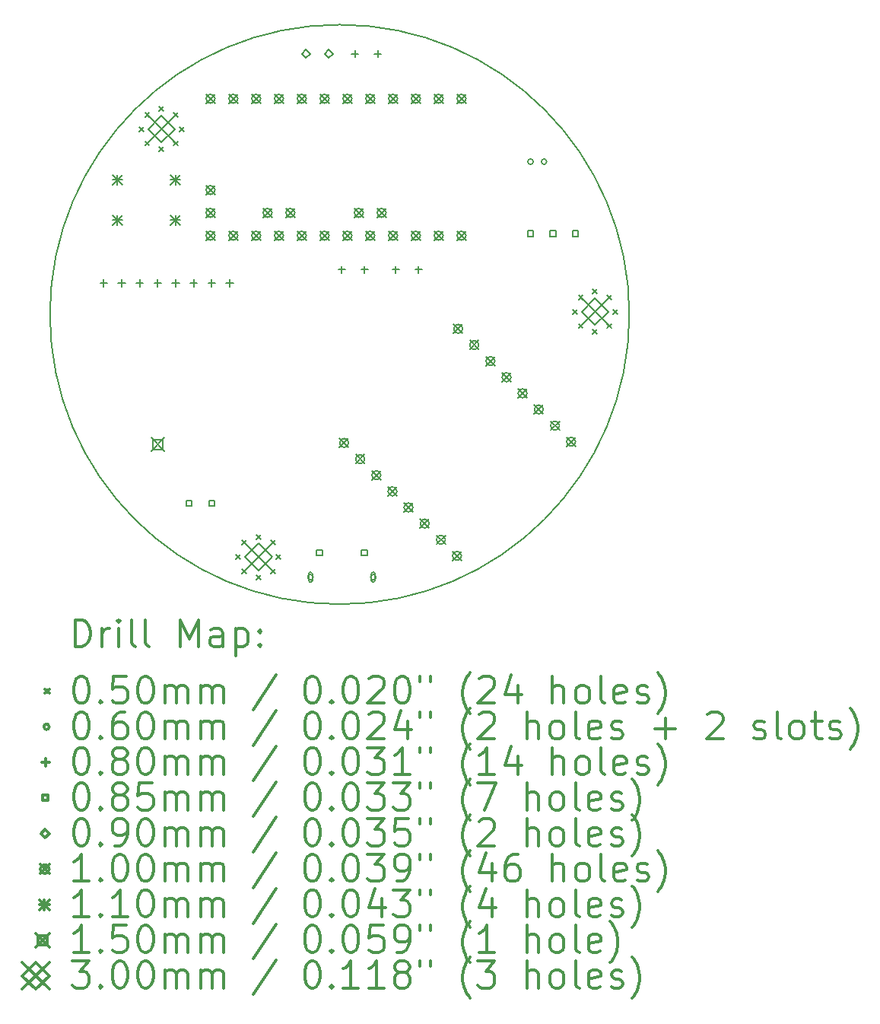
<source format=gbr>
%FSLAX45Y45*%
G04 Gerber Fmt 4.5, Leading zero omitted, Abs format (unit mm)*
G04 Created by KiCad (PCBNEW (5.0.2)-1) date 26.02.2020 09:59:28*
%MOMM*%
%LPD*%
G01*
G04 APERTURE LIST*
%ADD10C,0.150000*%
%ADD11C,0.200000*%
%ADD12C,0.300000*%
G04 APERTURE END LIST*
D10*
X17400000Y-10000000D02*
G75*
G03X17400000Y-10000000I-3224903J0D01*
G01*
D11*
X12392000Y-7912500D02*
X12442000Y-7962500D01*
X12442000Y-7912500D02*
X12392000Y-7962500D01*
X13021500Y-12675000D02*
X13071500Y-12725000D01*
X13071500Y-12675000D02*
X13021500Y-12725000D01*
X13087401Y-12515901D02*
X13137401Y-12565901D01*
X13137401Y-12515901D02*
X13087401Y-12565901D01*
X13087401Y-12834099D02*
X13137401Y-12884099D01*
X13137401Y-12834099D02*
X13087401Y-12884099D01*
X13246500Y-12450000D02*
X13296500Y-12500000D01*
X13296500Y-12450000D02*
X13246500Y-12500000D01*
X13246500Y-12900000D02*
X13296500Y-12950000D01*
X13296500Y-12900000D02*
X13246500Y-12950000D01*
X13405599Y-12515901D02*
X13455599Y-12565901D01*
X13455599Y-12515901D02*
X13405599Y-12565901D01*
X13405599Y-12834099D02*
X13455599Y-12884099D01*
X13455599Y-12834099D02*
X13405599Y-12884099D01*
X13471500Y-12675000D02*
X13521500Y-12725000D01*
X13521500Y-12675000D02*
X13471500Y-12725000D01*
X16768000Y-9944500D02*
X16818000Y-9994500D01*
X16818000Y-9944500D02*
X16768000Y-9994500D01*
X16833901Y-9785401D02*
X16883901Y-9835401D01*
X16883901Y-9785401D02*
X16833901Y-9835401D01*
X16833901Y-10103599D02*
X16883901Y-10153599D01*
X16883901Y-10103599D02*
X16833901Y-10153599D01*
X16993000Y-9719500D02*
X17043000Y-9769500D01*
X17043000Y-9719500D02*
X16993000Y-9769500D01*
X16993000Y-10169500D02*
X17043000Y-10219500D01*
X17043000Y-10169500D02*
X16993000Y-10219500D01*
X17152099Y-9785401D02*
X17202099Y-9835401D01*
X17202099Y-9785401D02*
X17152099Y-9835401D01*
X17152099Y-10103599D02*
X17202099Y-10153599D01*
X17202099Y-10103599D02*
X17152099Y-10153599D01*
X17218000Y-9944500D02*
X17268000Y-9994500D01*
X17268000Y-9944500D02*
X17218000Y-9994500D01*
X11942000Y-7912500D02*
X11992000Y-7962500D01*
X11992000Y-7912500D02*
X11942000Y-7962500D01*
X12007901Y-7753401D02*
X12057901Y-7803401D01*
X12057901Y-7753401D02*
X12007901Y-7803401D01*
X12007901Y-8071599D02*
X12057901Y-8121599D01*
X12057901Y-8071599D02*
X12007901Y-8121599D01*
X12167000Y-7687500D02*
X12217000Y-7737500D01*
X12217000Y-7687500D02*
X12167000Y-7737500D01*
X12167000Y-8137500D02*
X12217000Y-8187500D01*
X12217000Y-8137500D02*
X12167000Y-8187500D01*
X12326099Y-7753401D02*
X12376099Y-7803401D01*
X12376099Y-7753401D02*
X12326099Y-7803401D01*
X12326099Y-8071599D02*
X12376099Y-8121599D01*
X12376099Y-8071599D02*
X12326099Y-8121599D01*
X16330000Y-8300000D02*
G75*
G03X16330000Y-8300000I-30000J0D01*
G01*
X16480000Y-8300000D02*
G75*
G03X16480000Y-8300000I-30000J0D01*
G01*
X13880000Y-12923750D02*
G75*
G03X13880000Y-12923750I-30000J0D01*
G01*
X13870000Y-12958750D02*
X13870000Y-12888750D01*
X13830000Y-12958750D02*
X13830000Y-12888750D01*
X13870000Y-12888750D02*
G75*
G03X13830000Y-12888750I-20000J0D01*
G01*
X13830000Y-12958750D02*
G75*
G03X13870000Y-12958750I20000J0D01*
G01*
X14580000Y-12923750D02*
G75*
G03X14580000Y-12923750I-30000J0D01*
G01*
X14530000Y-12888750D02*
X14530000Y-12958750D01*
X14570000Y-12888750D02*
X14570000Y-12958750D01*
X14530000Y-12958750D02*
G75*
G03X14570000Y-12958750I20000J0D01*
G01*
X14570000Y-12888750D02*
G75*
G03X14530000Y-12888750I-20000J0D01*
G01*
X11550000Y-9610000D02*
X11550000Y-9690000D01*
X11510000Y-9650000D02*
X11590000Y-9650000D01*
X11750000Y-9610000D02*
X11750000Y-9690000D01*
X11710000Y-9650000D02*
X11790000Y-9650000D01*
X11950000Y-9610000D02*
X11950000Y-9690000D01*
X11910000Y-9650000D02*
X11990000Y-9650000D01*
X12150000Y-9610000D02*
X12150000Y-9690000D01*
X12110000Y-9650000D02*
X12190000Y-9650000D01*
X12350000Y-9610000D02*
X12350000Y-9690000D01*
X12310000Y-9650000D02*
X12390000Y-9650000D01*
X12550000Y-9610000D02*
X12550000Y-9690000D01*
X12510000Y-9650000D02*
X12590000Y-9650000D01*
X12750000Y-9610000D02*
X12750000Y-9690000D01*
X12710000Y-9650000D02*
X12790000Y-9650000D01*
X12950000Y-9610000D02*
X12950000Y-9690000D01*
X12910000Y-9650000D02*
X12990000Y-9650000D01*
X14200000Y-9460000D02*
X14200000Y-9540000D01*
X14160000Y-9500000D02*
X14240000Y-9500000D01*
X14454000Y-9460000D02*
X14454000Y-9540000D01*
X14414000Y-9500000D02*
X14494000Y-9500000D01*
X14346000Y-7060000D02*
X14346000Y-7140000D01*
X14306000Y-7100000D02*
X14386000Y-7100000D01*
X14600000Y-7060000D02*
X14600000Y-7140000D01*
X14560000Y-7100000D02*
X14640000Y-7100000D01*
X14800000Y-9460000D02*
X14800000Y-9540000D01*
X14760000Y-9500000D02*
X14840000Y-9500000D01*
X15054000Y-9460000D02*
X15054000Y-9540000D01*
X15014000Y-9500000D02*
X15094000Y-9500000D01*
X13980052Y-12683802D02*
X13980052Y-12623698D01*
X13919948Y-12623698D01*
X13919948Y-12683802D01*
X13980052Y-12683802D01*
X14480052Y-12683802D02*
X14480052Y-12623698D01*
X14419948Y-12623698D01*
X14419948Y-12683802D01*
X14480052Y-12683802D01*
X16330052Y-9130052D02*
X16330052Y-9069948D01*
X16269948Y-9069948D01*
X16269948Y-9130052D01*
X16330052Y-9130052D01*
X16580052Y-9130052D02*
X16580052Y-9069948D01*
X16519948Y-9069948D01*
X16519948Y-9130052D01*
X16580052Y-9130052D01*
X16830052Y-9130052D02*
X16830052Y-9069948D01*
X16769948Y-9069948D01*
X16769948Y-9130052D01*
X16830052Y-9130052D01*
X12530052Y-12130052D02*
X12530052Y-12069948D01*
X12469948Y-12069948D01*
X12469948Y-12130052D01*
X12530052Y-12130052D01*
X12780052Y-12130052D02*
X12780052Y-12069948D01*
X12719948Y-12069948D01*
X12719948Y-12130052D01*
X12780052Y-12130052D01*
X13800000Y-7145000D02*
X13845000Y-7100000D01*
X13800000Y-7055000D01*
X13755000Y-7100000D01*
X13800000Y-7145000D01*
X14054000Y-7145000D02*
X14099000Y-7100000D01*
X14054000Y-7055000D01*
X14009000Y-7100000D01*
X14054000Y-7145000D01*
X14174000Y-11380000D02*
X14274000Y-11480000D01*
X14274000Y-11380000D02*
X14174000Y-11480000D01*
X14274000Y-11430000D02*
G75*
G03X14274000Y-11430000I-50000J0D01*
G01*
X14353605Y-11559605D02*
X14453605Y-11659605D01*
X14453605Y-11559605D02*
X14353605Y-11659605D01*
X14453605Y-11609605D02*
G75*
G03X14453605Y-11609605I-50000J0D01*
G01*
X14533210Y-11739210D02*
X14633210Y-11839210D01*
X14633210Y-11739210D02*
X14533210Y-11839210D01*
X14633210Y-11789210D02*
G75*
G03X14633210Y-11789210I-50000J0D01*
G01*
X14712815Y-11918815D02*
X14812815Y-12018815D01*
X14812815Y-11918815D02*
X14712815Y-12018815D01*
X14812815Y-11968815D02*
G75*
G03X14812815Y-11968815I-50000J0D01*
G01*
X14892420Y-12098420D02*
X14992420Y-12198420D01*
X14992420Y-12098420D02*
X14892420Y-12198420D01*
X14992420Y-12148420D02*
G75*
G03X14992420Y-12148420I-50000J0D01*
G01*
X15072026Y-12278026D02*
X15172026Y-12378026D01*
X15172026Y-12278026D02*
X15072026Y-12378026D01*
X15172026Y-12328026D02*
G75*
G03X15172026Y-12328026I-50000J0D01*
G01*
X15251631Y-12457631D02*
X15351631Y-12557631D01*
X15351631Y-12457631D02*
X15251631Y-12557631D01*
X15351631Y-12507631D02*
G75*
G03X15351631Y-12507631I-50000J0D01*
G01*
X15431236Y-12637236D02*
X15531236Y-12737236D01*
X15531236Y-12637236D02*
X15431236Y-12737236D01*
X15531236Y-12687236D02*
G75*
G03X15531236Y-12687236I-50000J0D01*
G01*
X15444000Y-10110000D02*
X15544000Y-10210000D01*
X15544000Y-10110000D02*
X15444000Y-10210000D01*
X15544000Y-10160000D02*
G75*
G03X15544000Y-10160000I-50000J0D01*
G01*
X15623605Y-10289605D02*
X15723605Y-10389605D01*
X15723605Y-10289605D02*
X15623605Y-10389605D01*
X15723605Y-10339605D02*
G75*
G03X15723605Y-10339605I-50000J0D01*
G01*
X15803210Y-10469210D02*
X15903210Y-10569210D01*
X15903210Y-10469210D02*
X15803210Y-10569210D01*
X15903210Y-10519210D02*
G75*
G03X15903210Y-10519210I-50000J0D01*
G01*
X15982815Y-10648815D02*
X16082815Y-10748815D01*
X16082815Y-10648815D02*
X15982815Y-10748815D01*
X16082815Y-10698815D02*
G75*
G03X16082815Y-10698815I-50000J0D01*
G01*
X16162420Y-10828421D02*
X16262420Y-10928421D01*
X16262420Y-10828421D02*
X16162420Y-10928421D01*
X16262420Y-10878421D02*
G75*
G03X16262420Y-10878421I-50000J0D01*
G01*
X16342026Y-11008026D02*
X16442026Y-11108026D01*
X16442026Y-11008026D02*
X16342026Y-11108026D01*
X16442026Y-11058026D02*
G75*
G03X16442026Y-11058026I-50000J0D01*
G01*
X16521631Y-11187631D02*
X16621631Y-11287631D01*
X16621631Y-11187631D02*
X16521631Y-11287631D01*
X16621631Y-11237631D02*
G75*
G03X16621631Y-11237631I-50000J0D01*
G01*
X16701236Y-11367236D02*
X16801236Y-11467236D01*
X16801236Y-11367236D02*
X16701236Y-11467236D01*
X16801236Y-11417236D02*
G75*
G03X16801236Y-11417236I-50000J0D01*
G01*
X12688000Y-7550000D02*
X12788000Y-7650000D01*
X12788000Y-7550000D02*
X12688000Y-7650000D01*
X12788000Y-7600000D02*
G75*
G03X12788000Y-7600000I-50000J0D01*
G01*
X12688000Y-8566000D02*
X12788000Y-8666000D01*
X12788000Y-8566000D02*
X12688000Y-8666000D01*
X12788000Y-8616000D02*
G75*
G03X12788000Y-8616000I-50000J0D01*
G01*
X12688000Y-8820000D02*
X12788000Y-8920000D01*
X12788000Y-8820000D02*
X12688000Y-8920000D01*
X12788000Y-8870000D02*
G75*
G03X12788000Y-8870000I-50000J0D01*
G01*
X12688000Y-9074000D02*
X12788000Y-9174000D01*
X12788000Y-9074000D02*
X12688000Y-9174000D01*
X12788000Y-9124000D02*
G75*
G03X12788000Y-9124000I-50000J0D01*
G01*
X12942000Y-7550000D02*
X13042000Y-7650000D01*
X13042000Y-7550000D02*
X12942000Y-7650000D01*
X13042000Y-7600000D02*
G75*
G03X13042000Y-7600000I-50000J0D01*
G01*
X12942000Y-9074000D02*
X13042000Y-9174000D01*
X13042000Y-9074000D02*
X12942000Y-9174000D01*
X13042000Y-9124000D02*
G75*
G03X13042000Y-9124000I-50000J0D01*
G01*
X13196000Y-7550000D02*
X13296000Y-7650000D01*
X13296000Y-7550000D02*
X13196000Y-7650000D01*
X13296000Y-7600000D02*
G75*
G03X13296000Y-7600000I-50000J0D01*
G01*
X13196000Y-9074000D02*
X13296000Y-9174000D01*
X13296000Y-9074000D02*
X13196000Y-9174000D01*
X13296000Y-9124000D02*
G75*
G03X13296000Y-9124000I-50000J0D01*
G01*
X13323000Y-8820000D02*
X13423000Y-8920000D01*
X13423000Y-8820000D02*
X13323000Y-8920000D01*
X13423000Y-8870000D02*
G75*
G03X13423000Y-8870000I-50000J0D01*
G01*
X13450000Y-7550000D02*
X13550000Y-7650000D01*
X13550000Y-7550000D02*
X13450000Y-7650000D01*
X13550000Y-7600000D02*
G75*
G03X13550000Y-7600000I-50000J0D01*
G01*
X13450000Y-9074000D02*
X13550000Y-9174000D01*
X13550000Y-9074000D02*
X13450000Y-9174000D01*
X13550000Y-9124000D02*
G75*
G03X13550000Y-9124000I-50000J0D01*
G01*
X13577000Y-8820000D02*
X13677000Y-8920000D01*
X13677000Y-8820000D02*
X13577000Y-8920000D01*
X13677000Y-8870000D02*
G75*
G03X13677000Y-8870000I-50000J0D01*
G01*
X13704000Y-7550000D02*
X13804000Y-7650000D01*
X13804000Y-7550000D02*
X13704000Y-7650000D01*
X13804000Y-7600000D02*
G75*
G03X13804000Y-7600000I-50000J0D01*
G01*
X13704000Y-9074000D02*
X13804000Y-9174000D01*
X13804000Y-9074000D02*
X13704000Y-9174000D01*
X13804000Y-9124000D02*
G75*
G03X13804000Y-9124000I-50000J0D01*
G01*
X13958000Y-7550000D02*
X14058000Y-7650000D01*
X14058000Y-7550000D02*
X13958000Y-7650000D01*
X14058000Y-7600000D02*
G75*
G03X14058000Y-7600000I-50000J0D01*
G01*
X13958000Y-9074000D02*
X14058000Y-9174000D01*
X14058000Y-9074000D02*
X13958000Y-9174000D01*
X14058000Y-9124000D02*
G75*
G03X14058000Y-9124000I-50000J0D01*
G01*
X14212000Y-7550000D02*
X14312000Y-7650000D01*
X14312000Y-7550000D02*
X14212000Y-7650000D01*
X14312000Y-7600000D02*
G75*
G03X14312000Y-7600000I-50000J0D01*
G01*
X14212000Y-9074000D02*
X14312000Y-9174000D01*
X14312000Y-9074000D02*
X14212000Y-9174000D01*
X14312000Y-9124000D02*
G75*
G03X14312000Y-9124000I-50000J0D01*
G01*
X14339000Y-8820000D02*
X14439000Y-8920000D01*
X14439000Y-8820000D02*
X14339000Y-8920000D01*
X14439000Y-8870000D02*
G75*
G03X14439000Y-8870000I-50000J0D01*
G01*
X14466000Y-7550000D02*
X14566000Y-7650000D01*
X14566000Y-7550000D02*
X14466000Y-7650000D01*
X14566000Y-7600000D02*
G75*
G03X14566000Y-7600000I-50000J0D01*
G01*
X14466000Y-9074000D02*
X14566000Y-9174000D01*
X14566000Y-9074000D02*
X14466000Y-9174000D01*
X14566000Y-9124000D02*
G75*
G03X14566000Y-9124000I-50000J0D01*
G01*
X14593000Y-8820000D02*
X14693000Y-8920000D01*
X14693000Y-8820000D02*
X14593000Y-8920000D01*
X14693000Y-8870000D02*
G75*
G03X14693000Y-8870000I-50000J0D01*
G01*
X14720000Y-7550000D02*
X14820000Y-7650000D01*
X14820000Y-7550000D02*
X14720000Y-7650000D01*
X14820000Y-7600000D02*
G75*
G03X14820000Y-7600000I-50000J0D01*
G01*
X14720000Y-9074000D02*
X14820000Y-9174000D01*
X14820000Y-9074000D02*
X14720000Y-9174000D01*
X14820000Y-9124000D02*
G75*
G03X14820000Y-9124000I-50000J0D01*
G01*
X14974000Y-7550000D02*
X15074000Y-7650000D01*
X15074000Y-7550000D02*
X14974000Y-7650000D01*
X15074000Y-7600000D02*
G75*
G03X15074000Y-7600000I-50000J0D01*
G01*
X14974000Y-9074000D02*
X15074000Y-9174000D01*
X15074000Y-9074000D02*
X14974000Y-9174000D01*
X15074000Y-9124000D02*
G75*
G03X15074000Y-9124000I-50000J0D01*
G01*
X15228000Y-7550000D02*
X15328000Y-7650000D01*
X15328000Y-7550000D02*
X15228000Y-7650000D01*
X15328000Y-7600000D02*
G75*
G03X15328000Y-7600000I-50000J0D01*
G01*
X15228000Y-9074000D02*
X15328000Y-9174000D01*
X15328000Y-9074000D02*
X15228000Y-9174000D01*
X15328000Y-9124000D02*
G75*
G03X15328000Y-9124000I-50000J0D01*
G01*
X15482000Y-7550000D02*
X15582000Y-7650000D01*
X15582000Y-7550000D02*
X15482000Y-7650000D01*
X15582000Y-7600000D02*
G75*
G03X15582000Y-7600000I-50000J0D01*
G01*
X15482000Y-9074000D02*
X15582000Y-9174000D01*
X15582000Y-9074000D02*
X15482000Y-9174000D01*
X15582000Y-9124000D02*
G75*
G03X15582000Y-9124000I-50000J0D01*
G01*
X11645000Y-8445000D02*
X11755000Y-8555000D01*
X11755000Y-8445000D02*
X11645000Y-8555000D01*
X11700000Y-8445000D02*
X11700000Y-8555000D01*
X11645000Y-8500000D02*
X11755000Y-8500000D01*
X11645000Y-8895000D02*
X11755000Y-9005000D01*
X11755000Y-8895000D02*
X11645000Y-9005000D01*
X11700000Y-8895000D02*
X11700000Y-9005000D01*
X11645000Y-8950000D02*
X11755000Y-8950000D01*
X12295000Y-8445000D02*
X12405000Y-8555000D01*
X12405000Y-8445000D02*
X12295000Y-8555000D01*
X12350000Y-8445000D02*
X12350000Y-8555000D01*
X12295000Y-8500000D02*
X12405000Y-8500000D01*
X12295000Y-8895000D02*
X12405000Y-9005000D01*
X12405000Y-8895000D02*
X12295000Y-9005000D01*
X12350000Y-8895000D02*
X12350000Y-9005000D01*
X12295000Y-8950000D02*
X12405000Y-8950000D01*
X12076400Y-11372800D02*
X12226400Y-11522800D01*
X12226400Y-11372800D02*
X12076400Y-11522800D01*
X12204433Y-11500833D02*
X12204433Y-11394766D01*
X12098366Y-11394766D01*
X12098366Y-11500833D01*
X12204433Y-11500833D01*
X13121500Y-12550000D02*
X13421500Y-12850000D01*
X13421500Y-12550000D02*
X13121500Y-12850000D01*
X13271500Y-12850000D02*
X13421500Y-12700000D01*
X13271500Y-12550000D01*
X13121500Y-12700000D01*
X13271500Y-12850000D01*
X16868000Y-9819500D02*
X17168000Y-10119500D01*
X17168000Y-9819500D02*
X16868000Y-10119500D01*
X17018000Y-10119500D02*
X17168000Y-9969500D01*
X17018000Y-9819500D01*
X16868000Y-9969500D01*
X17018000Y-10119500D01*
X12042000Y-7787500D02*
X12342000Y-8087500D01*
X12342000Y-7787500D02*
X12042000Y-8087500D01*
X12192000Y-8087500D02*
X12342000Y-7937500D01*
X12192000Y-7787500D01*
X12042000Y-7937500D01*
X12192000Y-8087500D01*
D12*
X11229122Y-13698117D02*
X11229122Y-13398117D01*
X11300551Y-13398117D01*
X11343408Y-13412403D01*
X11371979Y-13440975D01*
X11386265Y-13469546D01*
X11400551Y-13526689D01*
X11400551Y-13569546D01*
X11386265Y-13626689D01*
X11371979Y-13655260D01*
X11343408Y-13683832D01*
X11300551Y-13698117D01*
X11229122Y-13698117D01*
X11529122Y-13698117D02*
X11529122Y-13498117D01*
X11529122Y-13555260D02*
X11543408Y-13526689D01*
X11557694Y-13512403D01*
X11586265Y-13498117D01*
X11614837Y-13498117D01*
X11714837Y-13698117D02*
X11714837Y-13498117D01*
X11714837Y-13398117D02*
X11700551Y-13412403D01*
X11714837Y-13426689D01*
X11729122Y-13412403D01*
X11714837Y-13398117D01*
X11714837Y-13426689D01*
X11900551Y-13698117D02*
X11871979Y-13683832D01*
X11857694Y-13655260D01*
X11857694Y-13398117D01*
X12057694Y-13698117D02*
X12029122Y-13683832D01*
X12014837Y-13655260D01*
X12014837Y-13398117D01*
X12400551Y-13698117D02*
X12400551Y-13398117D01*
X12500551Y-13612403D01*
X12600551Y-13398117D01*
X12600551Y-13698117D01*
X12871979Y-13698117D02*
X12871979Y-13540975D01*
X12857694Y-13512403D01*
X12829122Y-13498117D01*
X12771979Y-13498117D01*
X12743408Y-13512403D01*
X12871979Y-13683832D02*
X12843408Y-13698117D01*
X12771979Y-13698117D01*
X12743408Y-13683832D01*
X12729122Y-13655260D01*
X12729122Y-13626689D01*
X12743408Y-13598117D01*
X12771979Y-13583832D01*
X12843408Y-13583832D01*
X12871979Y-13569546D01*
X13014837Y-13498117D02*
X13014837Y-13798117D01*
X13014837Y-13512403D02*
X13043408Y-13498117D01*
X13100551Y-13498117D01*
X13129122Y-13512403D01*
X13143408Y-13526689D01*
X13157694Y-13555260D01*
X13157694Y-13640975D01*
X13143408Y-13669546D01*
X13129122Y-13683832D01*
X13100551Y-13698117D01*
X13043408Y-13698117D01*
X13014837Y-13683832D01*
X13286265Y-13669546D02*
X13300551Y-13683832D01*
X13286265Y-13698117D01*
X13271979Y-13683832D01*
X13286265Y-13669546D01*
X13286265Y-13698117D01*
X13286265Y-13512403D02*
X13300551Y-13526689D01*
X13286265Y-13540975D01*
X13271979Y-13526689D01*
X13286265Y-13512403D01*
X13286265Y-13540975D01*
X10892694Y-14167403D02*
X10942694Y-14217403D01*
X10942694Y-14167403D02*
X10892694Y-14217403D01*
X11286265Y-14028117D02*
X11314837Y-14028117D01*
X11343408Y-14042403D01*
X11357694Y-14056689D01*
X11371979Y-14085260D01*
X11386265Y-14142403D01*
X11386265Y-14213832D01*
X11371979Y-14270975D01*
X11357694Y-14299546D01*
X11343408Y-14313832D01*
X11314837Y-14328117D01*
X11286265Y-14328117D01*
X11257694Y-14313832D01*
X11243408Y-14299546D01*
X11229122Y-14270975D01*
X11214837Y-14213832D01*
X11214837Y-14142403D01*
X11229122Y-14085260D01*
X11243408Y-14056689D01*
X11257694Y-14042403D01*
X11286265Y-14028117D01*
X11514837Y-14299546D02*
X11529122Y-14313832D01*
X11514837Y-14328117D01*
X11500551Y-14313832D01*
X11514837Y-14299546D01*
X11514837Y-14328117D01*
X11800551Y-14028117D02*
X11657694Y-14028117D01*
X11643408Y-14170975D01*
X11657694Y-14156689D01*
X11686265Y-14142403D01*
X11757694Y-14142403D01*
X11786265Y-14156689D01*
X11800551Y-14170975D01*
X11814837Y-14199546D01*
X11814837Y-14270975D01*
X11800551Y-14299546D01*
X11786265Y-14313832D01*
X11757694Y-14328117D01*
X11686265Y-14328117D01*
X11657694Y-14313832D01*
X11643408Y-14299546D01*
X12000551Y-14028117D02*
X12029122Y-14028117D01*
X12057694Y-14042403D01*
X12071979Y-14056689D01*
X12086265Y-14085260D01*
X12100551Y-14142403D01*
X12100551Y-14213832D01*
X12086265Y-14270975D01*
X12071979Y-14299546D01*
X12057694Y-14313832D01*
X12029122Y-14328117D01*
X12000551Y-14328117D01*
X11971979Y-14313832D01*
X11957694Y-14299546D01*
X11943408Y-14270975D01*
X11929122Y-14213832D01*
X11929122Y-14142403D01*
X11943408Y-14085260D01*
X11957694Y-14056689D01*
X11971979Y-14042403D01*
X12000551Y-14028117D01*
X12229122Y-14328117D02*
X12229122Y-14128117D01*
X12229122Y-14156689D02*
X12243408Y-14142403D01*
X12271979Y-14128117D01*
X12314837Y-14128117D01*
X12343408Y-14142403D01*
X12357694Y-14170975D01*
X12357694Y-14328117D01*
X12357694Y-14170975D02*
X12371979Y-14142403D01*
X12400551Y-14128117D01*
X12443408Y-14128117D01*
X12471979Y-14142403D01*
X12486265Y-14170975D01*
X12486265Y-14328117D01*
X12629122Y-14328117D02*
X12629122Y-14128117D01*
X12629122Y-14156689D02*
X12643408Y-14142403D01*
X12671979Y-14128117D01*
X12714837Y-14128117D01*
X12743408Y-14142403D01*
X12757694Y-14170975D01*
X12757694Y-14328117D01*
X12757694Y-14170975D02*
X12771979Y-14142403D01*
X12800551Y-14128117D01*
X12843408Y-14128117D01*
X12871979Y-14142403D01*
X12886265Y-14170975D01*
X12886265Y-14328117D01*
X13471979Y-14013832D02*
X13214837Y-14399546D01*
X13857694Y-14028117D02*
X13886265Y-14028117D01*
X13914837Y-14042403D01*
X13929122Y-14056689D01*
X13943408Y-14085260D01*
X13957694Y-14142403D01*
X13957694Y-14213832D01*
X13943408Y-14270975D01*
X13929122Y-14299546D01*
X13914837Y-14313832D01*
X13886265Y-14328117D01*
X13857694Y-14328117D01*
X13829122Y-14313832D01*
X13814837Y-14299546D01*
X13800551Y-14270975D01*
X13786265Y-14213832D01*
X13786265Y-14142403D01*
X13800551Y-14085260D01*
X13814837Y-14056689D01*
X13829122Y-14042403D01*
X13857694Y-14028117D01*
X14086265Y-14299546D02*
X14100551Y-14313832D01*
X14086265Y-14328117D01*
X14071979Y-14313832D01*
X14086265Y-14299546D01*
X14086265Y-14328117D01*
X14286265Y-14028117D02*
X14314837Y-14028117D01*
X14343408Y-14042403D01*
X14357694Y-14056689D01*
X14371979Y-14085260D01*
X14386265Y-14142403D01*
X14386265Y-14213832D01*
X14371979Y-14270975D01*
X14357694Y-14299546D01*
X14343408Y-14313832D01*
X14314837Y-14328117D01*
X14286265Y-14328117D01*
X14257694Y-14313832D01*
X14243408Y-14299546D01*
X14229122Y-14270975D01*
X14214837Y-14213832D01*
X14214837Y-14142403D01*
X14229122Y-14085260D01*
X14243408Y-14056689D01*
X14257694Y-14042403D01*
X14286265Y-14028117D01*
X14500551Y-14056689D02*
X14514837Y-14042403D01*
X14543408Y-14028117D01*
X14614837Y-14028117D01*
X14643408Y-14042403D01*
X14657694Y-14056689D01*
X14671979Y-14085260D01*
X14671979Y-14113832D01*
X14657694Y-14156689D01*
X14486265Y-14328117D01*
X14671979Y-14328117D01*
X14857694Y-14028117D02*
X14886265Y-14028117D01*
X14914837Y-14042403D01*
X14929122Y-14056689D01*
X14943408Y-14085260D01*
X14957694Y-14142403D01*
X14957694Y-14213832D01*
X14943408Y-14270975D01*
X14929122Y-14299546D01*
X14914837Y-14313832D01*
X14886265Y-14328117D01*
X14857694Y-14328117D01*
X14829122Y-14313832D01*
X14814837Y-14299546D01*
X14800551Y-14270975D01*
X14786265Y-14213832D01*
X14786265Y-14142403D01*
X14800551Y-14085260D01*
X14814837Y-14056689D01*
X14829122Y-14042403D01*
X14857694Y-14028117D01*
X15071979Y-14028117D02*
X15071979Y-14085260D01*
X15186265Y-14028117D02*
X15186265Y-14085260D01*
X15629122Y-14442403D02*
X15614837Y-14428117D01*
X15586265Y-14385260D01*
X15571979Y-14356689D01*
X15557694Y-14313832D01*
X15543408Y-14242403D01*
X15543408Y-14185260D01*
X15557694Y-14113832D01*
X15571979Y-14070975D01*
X15586265Y-14042403D01*
X15614837Y-13999546D01*
X15629122Y-13985260D01*
X15729122Y-14056689D02*
X15743408Y-14042403D01*
X15771979Y-14028117D01*
X15843408Y-14028117D01*
X15871979Y-14042403D01*
X15886265Y-14056689D01*
X15900551Y-14085260D01*
X15900551Y-14113832D01*
X15886265Y-14156689D01*
X15714837Y-14328117D01*
X15900551Y-14328117D01*
X16157694Y-14128117D02*
X16157694Y-14328117D01*
X16086265Y-14013832D02*
X16014837Y-14228117D01*
X16200551Y-14228117D01*
X16543408Y-14328117D02*
X16543408Y-14028117D01*
X16671979Y-14328117D02*
X16671979Y-14170975D01*
X16657694Y-14142403D01*
X16629122Y-14128117D01*
X16586265Y-14128117D01*
X16557694Y-14142403D01*
X16543408Y-14156689D01*
X16857694Y-14328117D02*
X16829122Y-14313832D01*
X16814837Y-14299546D01*
X16800551Y-14270975D01*
X16800551Y-14185260D01*
X16814837Y-14156689D01*
X16829122Y-14142403D01*
X16857694Y-14128117D01*
X16900551Y-14128117D01*
X16929122Y-14142403D01*
X16943408Y-14156689D01*
X16957694Y-14185260D01*
X16957694Y-14270975D01*
X16943408Y-14299546D01*
X16929122Y-14313832D01*
X16900551Y-14328117D01*
X16857694Y-14328117D01*
X17129122Y-14328117D02*
X17100551Y-14313832D01*
X17086265Y-14285260D01*
X17086265Y-14028117D01*
X17357694Y-14313832D02*
X17329122Y-14328117D01*
X17271980Y-14328117D01*
X17243408Y-14313832D01*
X17229122Y-14285260D01*
X17229122Y-14170975D01*
X17243408Y-14142403D01*
X17271980Y-14128117D01*
X17329122Y-14128117D01*
X17357694Y-14142403D01*
X17371980Y-14170975D01*
X17371980Y-14199546D01*
X17229122Y-14228117D01*
X17486265Y-14313832D02*
X17514837Y-14328117D01*
X17571980Y-14328117D01*
X17600551Y-14313832D01*
X17614837Y-14285260D01*
X17614837Y-14270975D01*
X17600551Y-14242403D01*
X17571980Y-14228117D01*
X17529122Y-14228117D01*
X17500551Y-14213832D01*
X17486265Y-14185260D01*
X17486265Y-14170975D01*
X17500551Y-14142403D01*
X17529122Y-14128117D01*
X17571980Y-14128117D01*
X17600551Y-14142403D01*
X17714837Y-14442403D02*
X17729122Y-14428117D01*
X17757694Y-14385260D01*
X17771980Y-14356689D01*
X17786265Y-14313832D01*
X17800551Y-14242403D01*
X17800551Y-14185260D01*
X17786265Y-14113832D01*
X17771980Y-14070975D01*
X17757694Y-14042403D01*
X17729122Y-13999546D01*
X17714837Y-13985260D01*
X10942694Y-14588403D02*
G75*
G03X10942694Y-14588403I-30000J0D01*
G01*
X11286265Y-14424117D02*
X11314837Y-14424117D01*
X11343408Y-14438403D01*
X11357694Y-14452689D01*
X11371979Y-14481260D01*
X11386265Y-14538403D01*
X11386265Y-14609832D01*
X11371979Y-14666975D01*
X11357694Y-14695546D01*
X11343408Y-14709832D01*
X11314837Y-14724117D01*
X11286265Y-14724117D01*
X11257694Y-14709832D01*
X11243408Y-14695546D01*
X11229122Y-14666975D01*
X11214837Y-14609832D01*
X11214837Y-14538403D01*
X11229122Y-14481260D01*
X11243408Y-14452689D01*
X11257694Y-14438403D01*
X11286265Y-14424117D01*
X11514837Y-14695546D02*
X11529122Y-14709832D01*
X11514837Y-14724117D01*
X11500551Y-14709832D01*
X11514837Y-14695546D01*
X11514837Y-14724117D01*
X11786265Y-14424117D02*
X11729122Y-14424117D01*
X11700551Y-14438403D01*
X11686265Y-14452689D01*
X11657694Y-14495546D01*
X11643408Y-14552689D01*
X11643408Y-14666975D01*
X11657694Y-14695546D01*
X11671979Y-14709832D01*
X11700551Y-14724117D01*
X11757694Y-14724117D01*
X11786265Y-14709832D01*
X11800551Y-14695546D01*
X11814837Y-14666975D01*
X11814837Y-14595546D01*
X11800551Y-14566975D01*
X11786265Y-14552689D01*
X11757694Y-14538403D01*
X11700551Y-14538403D01*
X11671979Y-14552689D01*
X11657694Y-14566975D01*
X11643408Y-14595546D01*
X12000551Y-14424117D02*
X12029122Y-14424117D01*
X12057694Y-14438403D01*
X12071979Y-14452689D01*
X12086265Y-14481260D01*
X12100551Y-14538403D01*
X12100551Y-14609832D01*
X12086265Y-14666975D01*
X12071979Y-14695546D01*
X12057694Y-14709832D01*
X12029122Y-14724117D01*
X12000551Y-14724117D01*
X11971979Y-14709832D01*
X11957694Y-14695546D01*
X11943408Y-14666975D01*
X11929122Y-14609832D01*
X11929122Y-14538403D01*
X11943408Y-14481260D01*
X11957694Y-14452689D01*
X11971979Y-14438403D01*
X12000551Y-14424117D01*
X12229122Y-14724117D02*
X12229122Y-14524117D01*
X12229122Y-14552689D02*
X12243408Y-14538403D01*
X12271979Y-14524117D01*
X12314837Y-14524117D01*
X12343408Y-14538403D01*
X12357694Y-14566975D01*
X12357694Y-14724117D01*
X12357694Y-14566975D02*
X12371979Y-14538403D01*
X12400551Y-14524117D01*
X12443408Y-14524117D01*
X12471979Y-14538403D01*
X12486265Y-14566975D01*
X12486265Y-14724117D01*
X12629122Y-14724117D02*
X12629122Y-14524117D01*
X12629122Y-14552689D02*
X12643408Y-14538403D01*
X12671979Y-14524117D01*
X12714837Y-14524117D01*
X12743408Y-14538403D01*
X12757694Y-14566975D01*
X12757694Y-14724117D01*
X12757694Y-14566975D02*
X12771979Y-14538403D01*
X12800551Y-14524117D01*
X12843408Y-14524117D01*
X12871979Y-14538403D01*
X12886265Y-14566975D01*
X12886265Y-14724117D01*
X13471979Y-14409832D02*
X13214837Y-14795546D01*
X13857694Y-14424117D02*
X13886265Y-14424117D01*
X13914837Y-14438403D01*
X13929122Y-14452689D01*
X13943408Y-14481260D01*
X13957694Y-14538403D01*
X13957694Y-14609832D01*
X13943408Y-14666975D01*
X13929122Y-14695546D01*
X13914837Y-14709832D01*
X13886265Y-14724117D01*
X13857694Y-14724117D01*
X13829122Y-14709832D01*
X13814837Y-14695546D01*
X13800551Y-14666975D01*
X13786265Y-14609832D01*
X13786265Y-14538403D01*
X13800551Y-14481260D01*
X13814837Y-14452689D01*
X13829122Y-14438403D01*
X13857694Y-14424117D01*
X14086265Y-14695546D02*
X14100551Y-14709832D01*
X14086265Y-14724117D01*
X14071979Y-14709832D01*
X14086265Y-14695546D01*
X14086265Y-14724117D01*
X14286265Y-14424117D02*
X14314837Y-14424117D01*
X14343408Y-14438403D01*
X14357694Y-14452689D01*
X14371979Y-14481260D01*
X14386265Y-14538403D01*
X14386265Y-14609832D01*
X14371979Y-14666975D01*
X14357694Y-14695546D01*
X14343408Y-14709832D01*
X14314837Y-14724117D01*
X14286265Y-14724117D01*
X14257694Y-14709832D01*
X14243408Y-14695546D01*
X14229122Y-14666975D01*
X14214837Y-14609832D01*
X14214837Y-14538403D01*
X14229122Y-14481260D01*
X14243408Y-14452689D01*
X14257694Y-14438403D01*
X14286265Y-14424117D01*
X14500551Y-14452689D02*
X14514837Y-14438403D01*
X14543408Y-14424117D01*
X14614837Y-14424117D01*
X14643408Y-14438403D01*
X14657694Y-14452689D01*
X14671979Y-14481260D01*
X14671979Y-14509832D01*
X14657694Y-14552689D01*
X14486265Y-14724117D01*
X14671979Y-14724117D01*
X14929122Y-14524117D02*
X14929122Y-14724117D01*
X14857694Y-14409832D02*
X14786265Y-14624117D01*
X14971979Y-14624117D01*
X15071979Y-14424117D02*
X15071979Y-14481260D01*
X15186265Y-14424117D02*
X15186265Y-14481260D01*
X15629122Y-14838403D02*
X15614837Y-14824117D01*
X15586265Y-14781260D01*
X15571979Y-14752689D01*
X15557694Y-14709832D01*
X15543408Y-14638403D01*
X15543408Y-14581260D01*
X15557694Y-14509832D01*
X15571979Y-14466975D01*
X15586265Y-14438403D01*
X15614837Y-14395546D01*
X15629122Y-14381260D01*
X15729122Y-14452689D02*
X15743408Y-14438403D01*
X15771979Y-14424117D01*
X15843408Y-14424117D01*
X15871979Y-14438403D01*
X15886265Y-14452689D01*
X15900551Y-14481260D01*
X15900551Y-14509832D01*
X15886265Y-14552689D01*
X15714837Y-14724117D01*
X15900551Y-14724117D01*
X16257694Y-14724117D02*
X16257694Y-14424117D01*
X16386265Y-14724117D02*
X16386265Y-14566975D01*
X16371979Y-14538403D01*
X16343408Y-14524117D01*
X16300551Y-14524117D01*
X16271979Y-14538403D01*
X16257694Y-14552689D01*
X16571979Y-14724117D02*
X16543408Y-14709832D01*
X16529122Y-14695546D01*
X16514837Y-14666975D01*
X16514837Y-14581260D01*
X16529122Y-14552689D01*
X16543408Y-14538403D01*
X16571979Y-14524117D01*
X16614837Y-14524117D01*
X16643408Y-14538403D01*
X16657694Y-14552689D01*
X16671979Y-14581260D01*
X16671979Y-14666975D01*
X16657694Y-14695546D01*
X16643408Y-14709832D01*
X16614837Y-14724117D01*
X16571979Y-14724117D01*
X16843408Y-14724117D02*
X16814837Y-14709832D01*
X16800551Y-14681260D01*
X16800551Y-14424117D01*
X17071980Y-14709832D02*
X17043408Y-14724117D01*
X16986265Y-14724117D01*
X16957694Y-14709832D01*
X16943408Y-14681260D01*
X16943408Y-14566975D01*
X16957694Y-14538403D01*
X16986265Y-14524117D01*
X17043408Y-14524117D01*
X17071980Y-14538403D01*
X17086265Y-14566975D01*
X17086265Y-14595546D01*
X16943408Y-14624117D01*
X17200551Y-14709832D02*
X17229122Y-14724117D01*
X17286265Y-14724117D01*
X17314837Y-14709832D01*
X17329122Y-14681260D01*
X17329122Y-14666975D01*
X17314837Y-14638403D01*
X17286265Y-14624117D01*
X17243408Y-14624117D01*
X17214837Y-14609832D01*
X17200551Y-14581260D01*
X17200551Y-14566975D01*
X17214837Y-14538403D01*
X17243408Y-14524117D01*
X17286265Y-14524117D01*
X17314837Y-14538403D01*
X17686265Y-14609832D02*
X17914837Y-14609832D01*
X17800551Y-14724117D02*
X17800551Y-14495546D01*
X18271980Y-14452689D02*
X18286265Y-14438403D01*
X18314837Y-14424117D01*
X18386265Y-14424117D01*
X18414837Y-14438403D01*
X18429122Y-14452689D01*
X18443408Y-14481260D01*
X18443408Y-14509832D01*
X18429122Y-14552689D01*
X18257694Y-14724117D01*
X18443408Y-14724117D01*
X18786265Y-14709832D02*
X18814837Y-14724117D01*
X18871980Y-14724117D01*
X18900551Y-14709832D01*
X18914837Y-14681260D01*
X18914837Y-14666975D01*
X18900551Y-14638403D01*
X18871980Y-14624117D01*
X18829122Y-14624117D01*
X18800551Y-14609832D01*
X18786265Y-14581260D01*
X18786265Y-14566975D01*
X18800551Y-14538403D01*
X18829122Y-14524117D01*
X18871980Y-14524117D01*
X18900551Y-14538403D01*
X19086265Y-14724117D02*
X19057694Y-14709832D01*
X19043408Y-14681260D01*
X19043408Y-14424117D01*
X19243408Y-14724117D02*
X19214837Y-14709832D01*
X19200551Y-14695546D01*
X19186265Y-14666975D01*
X19186265Y-14581260D01*
X19200551Y-14552689D01*
X19214837Y-14538403D01*
X19243408Y-14524117D01*
X19286265Y-14524117D01*
X19314837Y-14538403D01*
X19329122Y-14552689D01*
X19343408Y-14581260D01*
X19343408Y-14666975D01*
X19329122Y-14695546D01*
X19314837Y-14709832D01*
X19286265Y-14724117D01*
X19243408Y-14724117D01*
X19429122Y-14524117D02*
X19543408Y-14524117D01*
X19471980Y-14424117D02*
X19471980Y-14681260D01*
X19486265Y-14709832D01*
X19514837Y-14724117D01*
X19543408Y-14724117D01*
X19629122Y-14709832D02*
X19657694Y-14724117D01*
X19714837Y-14724117D01*
X19743408Y-14709832D01*
X19757694Y-14681260D01*
X19757694Y-14666975D01*
X19743408Y-14638403D01*
X19714837Y-14624117D01*
X19671980Y-14624117D01*
X19643408Y-14609832D01*
X19629122Y-14581260D01*
X19629122Y-14566975D01*
X19643408Y-14538403D01*
X19671980Y-14524117D01*
X19714837Y-14524117D01*
X19743408Y-14538403D01*
X19857694Y-14838403D02*
X19871980Y-14824117D01*
X19900551Y-14781260D01*
X19914837Y-14752689D01*
X19929122Y-14709832D01*
X19943408Y-14638403D01*
X19943408Y-14581260D01*
X19929122Y-14509832D01*
X19914837Y-14466975D01*
X19900551Y-14438403D01*
X19871980Y-14395546D01*
X19857694Y-14381260D01*
X10902694Y-14944403D02*
X10902694Y-15024403D01*
X10862694Y-14984403D02*
X10942694Y-14984403D01*
X11286265Y-14820117D02*
X11314837Y-14820117D01*
X11343408Y-14834403D01*
X11357694Y-14848689D01*
X11371979Y-14877260D01*
X11386265Y-14934403D01*
X11386265Y-15005832D01*
X11371979Y-15062975D01*
X11357694Y-15091546D01*
X11343408Y-15105832D01*
X11314837Y-15120117D01*
X11286265Y-15120117D01*
X11257694Y-15105832D01*
X11243408Y-15091546D01*
X11229122Y-15062975D01*
X11214837Y-15005832D01*
X11214837Y-14934403D01*
X11229122Y-14877260D01*
X11243408Y-14848689D01*
X11257694Y-14834403D01*
X11286265Y-14820117D01*
X11514837Y-15091546D02*
X11529122Y-15105832D01*
X11514837Y-15120117D01*
X11500551Y-15105832D01*
X11514837Y-15091546D01*
X11514837Y-15120117D01*
X11700551Y-14948689D02*
X11671979Y-14934403D01*
X11657694Y-14920117D01*
X11643408Y-14891546D01*
X11643408Y-14877260D01*
X11657694Y-14848689D01*
X11671979Y-14834403D01*
X11700551Y-14820117D01*
X11757694Y-14820117D01*
X11786265Y-14834403D01*
X11800551Y-14848689D01*
X11814837Y-14877260D01*
X11814837Y-14891546D01*
X11800551Y-14920117D01*
X11786265Y-14934403D01*
X11757694Y-14948689D01*
X11700551Y-14948689D01*
X11671979Y-14962975D01*
X11657694Y-14977260D01*
X11643408Y-15005832D01*
X11643408Y-15062975D01*
X11657694Y-15091546D01*
X11671979Y-15105832D01*
X11700551Y-15120117D01*
X11757694Y-15120117D01*
X11786265Y-15105832D01*
X11800551Y-15091546D01*
X11814837Y-15062975D01*
X11814837Y-15005832D01*
X11800551Y-14977260D01*
X11786265Y-14962975D01*
X11757694Y-14948689D01*
X12000551Y-14820117D02*
X12029122Y-14820117D01*
X12057694Y-14834403D01*
X12071979Y-14848689D01*
X12086265Y-14877260D01*
X12100551Y-14934403D01*
X12100551Y-15005832D01*
X12086265Y-15062975D01*
X12071979Y-15091546D01*
X12057694Y-15105832D01*
X12029122Y-15120117D01*
X12000551Y-15120117D01*
X11971979Y-15105832D01*
X11957694Y-15091546D01*
X11943408Y-15062975D01*
X11929122Y-15005832D01*
X11929122Y-14934403D01*
X11943408Y-14877260D01*
X11957694Y-14848689D01*
X11971979Y-14834403D01*
X12000551Y-14820117D01*
X12229122Y-15120117D02*
X12229122Y-14920117D01*
X12229122Y-14948689D02*
X12243408Y-14934403D01*
X12271979Y-14920117D01*
X12314837Y-14920117D01*
X12343408Y-14934403D01*
X12357694Y-14962975D01*
X12357694Y-15120117D01*
X12357694Y-14962975D02*
X12371979Y-14934403D01*
X12400551Y-14920117D01*
X12443408Y-14920117D01*
X12471979Y-14934403D01*
X12486265Y-14962975D01*
X12486265Y-15120117D01*
X12629122Y-15120117D02*
X12629122Y-14920117D01*
X12629122Y-14948689D02*
X12643408Y-14934403D01*
X12671979Y-14920117D01*
X12714837Y-14920117D01*
X12743408Y-14934403D01*
X12757694Y-14962975D01*
X12757694Y-15120117D01*
X12757694Y-14962975D02*
X12771979Y-14934403D01*
X12800551Y-14920117D01*
X12843408Y-14920117D01*
X12871979Y-14934403D01*
X12886265Y-14962975D01*
X12886265Y-15120117D01*
X13471979Y-14805832D02*
X13214837Y-15191546D01*
X13857694Y-14820117D02*
X13886265Y-14820117D01*
X13914837Y-14834403D01*
X13929122Y-14848689D01*
X13943408Y-14877260D01*
X13957694Y-14934403D01*
X13957694Y-15005832D01*
X13943408Y-15062975D01*
X13929122Y-15091546D01*
X13914837Y-15105832D01*
X13886265Y-15120117D01*
X13857694Y-15120117D01*
X13829122Y-15105832D01*
X13814837Y-15091546D01*
X13800551Y-15062975D01*
X13786265Y-15005832D01*
X13786265Y-14934403D01*
X13800551Y-14877260D01*
X13814837Y-14848689D01*
X13829122Y-14834403D01*
X13857694Y-14820117D01*
X14086265Y-15091546D02*
X14100551Y-15105832D01*
X14086265Y-15120117D01*
X14071979Y-15105832D01*
X14086265Y-15091546D01*
X14086265Y-15120117D01*
X14286265Y-14820117D02*
X14314837Y-14820117D01*
X14343408Y-14834403D01*
X14357694Y-14848689D01*
X14371979Y-14877260D01*
X14386265Y-14934403D01*
X14386265Y-15005832D01*
X14371979Y-15062975D01*
X14357694Y-15091546D01*
X14343408Y-15105832D01*
X14314837Y-15120117D01*
X14286265Y-15120117D01*
X14257694Y-15105832D01*
X14243408Y-15091546D01*
X14229122Y-15062975D01*
X14214837Y-15005832D01*
X14214837Y-14934403D01*
X14229122Y-14877260D01*
X14243408Y-14848689D01*
X14257694Y-14834403D01*
X14286265Y-14820117D01*
X14486265Y-14820117D02*
X14671979Y-14820117D01*
X14571979Y-14934403D01*
X14614837Y-14934403D01*
X14643408Y-14948689D01*
X14657694Y-14962975D01*
X14671979Y-14991546D01*
X14671979Y-15062975D01*
X14657694Y-15091546D01*
X14643408Y-15105832D01*
X14614837Y-15120117D01*
X14529122Y-15120117D01*
X14500551Y-15105832D01*
X14486265Y-15091546D01*
X14957694Y-15120117D02*
X14786265Y-15120117D01*
X14871979Y-15120117D02*
X14871979Y-14820117D01*
X14843408Y-14862975D01*
X14814837Y-14891546D01*
X14786265Y-14905832D01*
X15071979Y-14820117D02*
X15071979Y-14877260D01*
X15186265Y-14820117D02*
X15186265Y-14877260D01*
X15629122Y-15234403D02*
X15614837Y-15220117D01*
X15586265Y-15177260D01*
X15571979Y-15148689D01*
X15557694Y-15105832D01*
X15543408Y-15034403D01*
X15543408Y-14977260D01*
X15557694Y-14905832D01*
X15571979Y-14862975D01*
X15586265Y-14834403D01*
X15614837Y-14791546D01*
X15629122Y-14777260D01*
X15900551Y-15120117D02*
X15729122Y-15120117D01*
X15814837Y-15120117D02*
X15814837Y-14820117D01*
X15786265Y-14862975D01*
X15757694Y-14891546D01*
X15729122Y-14905832D01*
X16157694Y-14920117D02*
X16157694Y-15120117D01*
X16086265Y-14805832D02*
X16014837Y-15020117D01*
X16200551Y-15020117D01*
X16543408Y-15120117D02*
X16543408Y-14820117D01*
X16671979Y-15120117D02*
X16671979Y-14962975D01*
X16657694Y-14934403D01*
X16629122Y-14920117D01*
X16586265Y-14920117D01*
X16557694Y-14934403D01*
X16543408Y-14948689D01*
X16857694Y-15120117D02*
X16829122Y-15105832D01*
X16814837Y-15091546D01*
X16800551Y-15062975D01*
X16800551Y-14977260D01*
X16814837Y-14948689D01*
X16829122Y-14934403D01*
X16857694Y-14920117D01*
X16900551Y-14920117D01*
X16929122Y-14934403D01*
X16943408Y-14948689D01*
X16957694Y-14977260D01*
X16957694Y-15062975D01*
X16943408Y-15091546D01*
X16929122Y-15105832D01*
X16900551Y-15120117D01*
X16857694Y-15120117D01*
X17129122Y-15120117D02*
X17100551Y-15105832D01*
X17086265Y-15077260D01*
X17086265Y-14820117D01*
X17357694Y-15105832D02*
X17329122Y-15120117D01*
X17271980Y-15120117D01*
X17243408Y-15105832D01*
X17229122Y-15077260D01*
X17229122Y-14962975D01*
X17243408Y-14934403D01*
X17271980Y-14920117D01*
X17329122Y-14920117D01*
X17357694Y-14934403D01*
X17371980Y-14962975D01*
X17371980Y-14991546D01*
X17229122Y-15020117D01*
X17486265Y-15105832D02*
X17514837Y-15120117D01*
X17571980Y-15120117D01*
X17600551Y-15105832D01*
X17614837Y-15077260D01*
X17614837Y-15062975D01*
X17600551Y-15034403D01*
X17571980Y-15020117D01*
X17529122Y-15020117D01*
X17500551Y-15005832D01*
X17486265Y-14977260D01*
X17486265Y-14962975D01*
X17500551Y-14934403D01*
X17529122Y-14920117D01*
X17571980Y-14920117D01*
X17600551Y-14934403D01*
X17714837Y-15234403D02*
X17729122Y-15220117D01*
X17757694Y-15177260D01*
X17771980Y-15148689D01*
X17786265Y-15105832D01*
X17800551Y-15034403D01*
X17800551Y-14977260D01*
X17786265Y-14905832D01*
X17771980Y-14862975D01*
X17757694Y-14834403D01*
X17729122Y-14791546D01*
X17714837Y-14777260D01*
X10930246Y-15410455D02*
X10930246Y-15350351D01*
X10870142Y-15350351D01*
X10870142Y-15410455D01*
X10930246Y-15410455D01*
X11286265Y-15216117D02*
X11314837Y-15216117D01*
X11343408Y-15230403D01*
X11357694Y-15244689D01*
X11371979Y-15273260D01*
X11386265Y-15330403D01*
X11386265Y-15401832D01*
X11371979Y-15458975D01*
X11357694Y-15487546D01*
X11343408Y-15501832D01*
X11314837Y-15516117D01*
X11286265Y-15516117D01*
X11257694Y-15501832D01*
X11243408Y-15487546D01*
X11229122Y-15458975D01*
X11214837Y-15401832D01*
X11214837Y-15330403D01*
X11229122Y-15273260D01*
X11243408Y-15244689D01*
X11257694Y-15230403D01*
X11286265Y-15216117D01*
X11514837Y-15487546D02*
X11529122Y-15501832D01*
X11514837Y-15516117D01*
X11500551Y-15501832D01*
X11514837Y-15487546D01*
X11514837Y-15516117D01*
X11700551Y-15344689D02*
X11671979Y-15330403D01*
X11657694Y-15316117D01*
X11643408Y-15287546D01*
X11643408Y-15273260D01*
X11657694Y-15244689D01*
X11671979Y-15230403D01*
X11700551Y-15216117D01*
X11757694Y-15216117D01*
X11786265Y-15230403D01*
X11800551Y-15244689D01*
X11814837Y-15273260D01*
X11814837Y-15287546D01*
X11800551Y-15316117D01*
X11786265Y-15330403D01*
X11757694Y-15344689D01*
X11700551Y-15344689D01*
X11671979Y-15358975D01*
X11657694Y-15373260D01*
X11643408Y-15401832D01*
X11643408Y-15458975D01*
X11657694Y-15487546D01*
X11671979Y-15501832D01*
X11700551Y-15516117D01*
X11757694Y-15516117D01*
X11786265Y-15501832D01*
X11800551Y-15487546D01*
X11814837Y-15458975D01*
X11814837Y-15401832D01*
X11800551Y-15373260D01*
X11786265Y-15358975D01*
X11757694Y-15344689D01*
X12086265Y-15216117D02*
X11943408Y-15216117D01*
X11929122Y-15358975D01*
X11943408Y-15344689D01*
X11971979Y-15330403D01*
X12043408Y-15330403D01*
X12071979Y-15344689D01*
X12086265Y-15358975D01*
X12100551Y-15387546D01*
X12100551Y-15458975D01*
X12086265Y-15487546D01*
X12071979Y-15501832D01*
X12043408Y-15516117D01*
X11971979Y-15516117D01*
X11943408Y-15501832D01*
X11929122Y-15487546D01*
X12229122Y-15516117D02*
X12229122Y-15316117D01*
X12229122Y-15344689D02*
X12243408Y-15330403D01*
X12271979Y-15316117D01*
X12314837Y-15316117D01*
X12343408Y-15330403D01*
X12357694Y-15358975D01*
X12357694Y-15516117D01*
X12357694Y-15358975D02*
X12371979Y-15330403D01*
X12400551Y-15316117D01*
X12443408Y-15316117D01*
X12471979Y-15330403D01*
X12486265Y-15358975D01*
X12486265Y-15516117D01*
X12629122Y-15516117D02*
X12629122Y-15316117D01*
X12629122Y-15344689D02*
X12643408Y-15330403D01*
X12671979Y-15316117D01*
X12714837Y-15316117D01*
X12743408Y-15330403D01*
X12757694Y-15358975D01*
X12757694Y-15516117D01*
X12757694Y-15358975D02*
X12771979Y-15330403D01*
X12800551Y-15316117D01*
X12843408Y-15316117D01*
X12871979Y-15330403D01*
X12886265Y-15358975D01*
X12886265Y-15516117D01*
X13471979Y-15201832D02*
X13214837Y-15587546D01*
X13857694Y-15216117D02*
X13886265Y-15216117D01*
X13914837Y-15230403D01*
X13929122Y-15244689D01*
X13943408Y-15273260D01*
X13957694Y-15330403D01*
X13957694Y-15401832D01*
X13943408Y-15458975D01*
X13929122Y-15487546D01*
X13914837Y-15501832D01*
X13886265Y-15516117D01*
X13857694Y-15516117D01*
X13829122Y-15501832D01*
X13814837Y-15487546D01*
X13800551Y-15458975D01*
X13786265Y-15401832D01*
X13786265Y-15330403D01*
X13800551Y-15273260D01*
X13814837Y-15244689D01*
X13829122Y-15230403D01*
X13857694Y-15216117D01*
X14086265Y-15487546D02*
X14100551Y-15501832D01*
X14086265Y-15516117D01*
X14071979Y-15501832D01*
X14086265Y-15487546D01*
X14086265Y-15516117D01*
X14286265Y-15216117D02*
X14314837Y-15216117D01*
X14343408Y-15230403D01*
X14357694Y-15244689D01*
X14371979Y-15273260D01*
X14386265Y-15330403D01*
X14386265Y-15401832D01*
X14371979Y-15458975D01*
X14357694Y-15487546D01*
X14343408Y-15501832D01*
X14314837Y-15516117D01*
X14286265Y-15516117D01*
X14257694Y-15501832D01*
X14243408Y-15487546D01*
X14229122Y-15458975D01*
X14214837Y-15401832D01*
X14214837Y-15330403D01*
X14229122Y-15273260D01*
X14243408Y-15244689D01*
X14257694Y-15230403D01*
X14286265Y-15216117D01*
X14486265Y-15216117D02*
X14671979Y-15216117D01*
X14571979Y-15330403D01*
X14614837Y-15330403D01*
X14643408Y-15344689D01*
X14657694Y-15358975D01*
X14671979Y-15387546D01*
X14671979Y-15458975D01*
X14657694Y-15487546D01*
X14643408Y-15501832D01*
X14614837Y-15516117D01*
X14529122Y-15516117D01*
X14500551Y-15501832D01*
X14486265Y-15487546D01*
X14771979Y-15216117D02*
X14957694Y-15216117D01*
X14857694Y-15330403D01*
X14900551Y-15330403D01*
X14929122Y-15344689D01*
X14943408Y-15358975D01*
X14957694Y-15387546D01*
X14957694Y-15458975D01*
X14943408Y-15487546D01*
X14929122Y-15501832D01*
X14900551Y-15516117D01*
X14814837Y-15516117D01*
X14786265Y-15501832D01*
X14771979Y-15487546D01*
X15071979Y-15216117D02*
X15071979Y-15273260D01*
X15186265Y-15216117D02*
X15186265Y-15273260D01*
X15629122Y-15630403D02*
X15614837Y-15616117D01*
X15586265Y-15573260D01*
X15571979Y-15544689D01*
X15557694Y-15501832D01*
X15543408Y-15430403D01*
X15543408Y-15373260D01*
X15557694Y-15301832D01*
X15571979Y-15258975D01*
X15586265Y-15230403D01*
X15614837Y-15187546D01*
X15629122Y-15173260D01*
X15714837Y-15216117D02*
X15914837Y-15216117D01*
X15786265Y-15516117D01*
X16257694Y-15516117D02*
X16257694Y-15216117D01*
X16386265Y-15516117D02*
X16386265Y-15358975D01*
X16371979Y-15330403D01*
X16343408Y-15316117D01*
X16300551Y-15316117D01*
X16271979Y-15330403D01*
X16257694Y-15344689D01*
X16571979Y-15516117D02*
X16543408Y-15501832D01*
X16529122Y-15487546D01*
X16514837Y-15458975D01*
X16514837Y-15373260D01*
X16529122Y-15344689D01*
X16543408Y-15330403D01*
X16571979Y-15316117D01*
X16614837Y-15316117D01*
X16643408Y-15330403D01*
X16657694Y-15344689D01*
X16671979Y-15373260D01*
X16671979Y-15458975D01*
X16657694Y-15487546D01*
X16643408Y-15501832D01*
X16614837Y-15516117D01*
X16571979Y-15516117D01*
X16843408Y-15516117D02*
X16814837Y-15501832D01*
X16800551Y-15473260D01*
X16800551Y-15216117D01*
X17071980Y-15501832D02*
X17043408Y-15516117D01*
X16986265Y-15516117D01*
X16957694Y-15501832D01*
X16943408Y-15473260D01*
X16943408Y-15358975D01*
X16957694Y-15330403D01*
X16986265Y-15316117D01*
X17043408Y-15316117D01*
X17071980Y-15330403D01*
X17086265Y-15358975D01*
X17086265Y-15387546D01*
X16943408Y-15416117D01*
X17200551Y-15501832D02*
X17229122Y-15516117D01*
X17286265Y-15516117D01*
X17314837Y-15501832D01*
X17329122Y-15473260D01*
X17329122Y-15458975D01*
X17314837Y-15430403D01*
X17286265Y-15416117D01*
X17243408Y-15416117D01*
X17214837Y-15401832D01*
X17200551Y-15373260D01*
X17200551Y-15358975D01*
X17214837Y-15330403D01*
X17243408Y-15316117D01*
X17286265Y-15316117D01*
X17314837Y-15330403D01*
X17429122Y-15630403D02*
X17443408Y-15616117D01*
X17471980Y-15573260D01*
X17486265Y-15544689D01*
X17500551Y-15501832D01*
X17514837Y-15430403D01*
X17514837Y-15373260D01*
X17500551Y-15301832D01*
X17486265Y-15258975D01*
X17471980Y-15230403D01*
X17443408Y-15187546D01*
X17429122Y-15173260D01*
X10897694Y-15821403D02*
X10942694Y-15776403D01*
X10897694Y-15731403D01*
X10852694Y-15776403D01*
X10897694Y-15821403D01*
X11286265Y-15612117D02*
X11314837Y-15612117D01*
X11343408Y-15626403D01*
X11357694Y-15640689D01*
X11371979Y-15669260D01*
X11386265Y-15726403D01*
X11386265Y-15797832D01*
X11371979Y-15854975D01*
X11357694Y-15883546D01*
X11343408Y-15897832D01*
X11314837Y-15912117D01*
X11286265Y-15912117D01*
X11257694Y-15897832D01*
X11243408Y-15883546D01*
X11229122Y-15854975D01*
X11214837Y-15797832D01*
X11214837Y-15726403D01*
X11229122Y-15669260D01*
X11243408Y-15640689D01*
X11257694Y-15626403D01*
X11286265Y-15612117D01*
X11514837Y-15883546D02*
X11529122Y-15897832D01*
X11514837Y-15912117D01*
X11500551Y-15897832D01*
X11514837Y-15883546D01*
X11514837Y-15912117D01*
X11671979Y-15912117D02*
X11729122Y-15912117D01*
X11757694Y-15897832D01*
X11771979Y-15883546D01*
X11800551Y-15840689D01*
X11814837Y-15783546D01*
X11814837Y-15669260D01*
X11800551Y-15640689D01*
X11786265Y-15626403D01*
X11757694Y-15612117D01*
X11700551Y-15612117D01*
X11671979Y-15626403D01*
X11657694Y-15640689D01*
X11643408Y-15669260D01*
X11643408Y-15740689D01*
X11657694Y-15769260D01*
X11671979Y-15783546D01*
X11700551Y-15797832D01*
X11757694Y-15797832D01*
X11786265Y-15783546D01*
X11800551Y-15769260D01*
X11814837Y-15740689D01*
X12000551Y-15612117D02*
X12029122Y-15612117D01*
X12057694Y-15626403D01*
X12071979Y-15640689D01*
X12086265Y-15669260D01*
X12100551Y-15726403D01*
X12100551Y-15797832D01*
X12086265Y-15854975D01*
X12071979Y-15883546D01*
X12057694Y-15897832D01*
X12029122Y-15912117D01*
X12000551Y-15912117D01*
X11971979Y-15897832D01*
X11957694Y-15883546D01*
X11943408Y-15854975D01*
X11929122Y-15797832D01*
X11929122Y-15726403D01*
X11943408Y-15669260D01*
X11957694Y-15640689D01*
X11971979Y-15626403D01*
X12000551Y-15612117D01*
X12229122Y-15912117D02*
X12229122Y-15712117D01*
X12229122Y-15740689D02*
X12243408Y-15726403D01*
X12271979Y-15712117D01*
X12314837Y-15712117D01*
X12343408Y-15726403D01*
X12357694Y-15754975D01*
X12357694Y-15912117D01*
X12357694Y-15754975D02*
X12371979Y-15726403D01*
X12400551Y-15712117D01*
X12443408Y-15712117D01*
X12471979Y-15726403D01*
X12486265Y-15754975D01*
X12486265Y-15912117D01*
X12629122Y-15912117D02*
X12629122Y-15712117D01*
X12629122Y-15740689D02*
X12643408Y-15726403D01*
X12671979Y-15712117D01*
X12714837Y-15712117D01*
X12743408Y-15726403D01*
X12757694Y-15754975D01*
X12757694Y-15912117D01*
X12757694Y-15754975D02*
X12771979Y-15726403D01*
X12800551Y-15712117D01*
X12843408Y-15712117D01*
X12871979Y-15726403D01*
X12886265Y-15754975D01*
X12886265Y-15912117D01*
X13471979Y-15597832D02*
X13214837Y-15983546D01*
X13857694Y-15612117D02*
X13886265Y-15612117D01*
X13914837Y-15626403D01*
X13929122Y-15640689D01*
X13943408Y-15669260D01*
X13957694Y-15726403D01*
X13957694Y-15797832D01*
X13943408Y-15854975D01*
X13929122Y-15883546D01*
X13914837Y-15897832D01*
X13886265Y-15912117D01*
X13857694Y-15912117D01*
X13829122Y-15897832D01*
X13814837Y-15883546D01*
X13800551Y-15854975D01*
X13786265Y-15797832D01*
X13786265Y-15726403D01*
X13800551Y-15669260D01*
X13814837Y-15640689D01*
X13829122Y-15626403D01*
X13857694Y-15612117D01*
X14086265Y-15883546D02*
X14100551Y-15897832D01*
X14086265Y-15912117D01*
X14071979Y-15897832D01*
X14086265Y-15883546D01*
X14086265Y-15912117D01*
X14286265Y-15612117D02*
X14314837Y-15612117D01*
X14343408Y-15626403D01*
X14357694Y-15640689D01*
X14371979Y-15669260D01*
X14386265Y-15726403D01*
X14386265Y-15797832D01*
X14371979Y-15854975D01*
X14357694Y-15883546D01*
X14343408Y-15897832D01*
X14314837Y-15912117D01*
X14286265Y-15912117D01*
X14257694Y-15897832D01*
X14243408Y-15883546D01*
X14229122Y-15854975D01*
X14214837Y-15797832D01*
X14214837Y-15726403D01*
X14229122Y-15669260D01*
X14243408Y-15640689D01*
X14257694Y-15626403D01*
X14286265Y-15612117D01*
X14486265Y-15612117D02*
X14671979Y-15612117D01*
X14571979Y-15726403D01*
X14614837Y-15726403D01*
X14643408Y-15740689D01*
X14657694Y-15754975D01*
X14671979Y-15783546D01*
X14671979Y-15854975D01*
X14657694Y-15883546D01*
X14643408Y-15897832D01*
X14614837Y-15912117D01*
X14529122Y-15912117D01*
X14500551Y-15897832D01*
X14486265Y-15883546D01*
X14943408Y-15612117D02*
X14800551Y-15612117D01*
X14786265Y-15754975D01*
X14800551Y-15740689D01*
X14829122Y-15726403D01*
X14900551Y-15726403D01*
X14929122Y-15740689D01*
X14943408Y-15754975D01*
X14957694Y-15783546D01*
X14957694Y-15854975D01*
X14943408Y-15883546D01*
X14929122Y-15897832D01*
X14900551Y-15912117D01*
X14829122Y-15912117D01*
X14800551Y-15897832D01*
X14786265Y-15883546D01*
X15071979Y-15612117D02*
X15071979Y-15669260D01*
X15186265Y-15612117D02*
X15186265Y-15669260D01*
X15629122Y-16026403D02*
X15614837Y-16012117D01*
X15586265Y-15969260D01*
X15571979Y-15940689D01*
X15557694Y-15897832D01*
X15543408Y-15826403D01*
X15543408Y-15769260D01*
X15557694Y-15697832D01*
X15571979Y-15654975D01*
X15586265Y-15626403D01*
X15614837Y-15583546D01*
X15629122Y-15569260D01*
X15729122Y-15640689D02*
X15743408Y-15626403D01*
X15771979Y-15612117D01*
X15843408Y-15612117D01*
X15871979Y-15626403D01*
X15886265Y-15640689D01*
X15900551Y-15669260D01*
X15900551Y-15697832D01*
X15886265Y-15740689D01*
X15714837Y-15912117D01*
X15900551Y-15912117D01*
X16257694Y-15912117D02*
X16257694Y-15612117D01*
X16386265Y-15912117D02*
X16386265Y-15754975D01*
X16371979Y-15726403D01*
X16343408Y-15712117D01*
X16300551Y-15712117D01*
X16271979Y-15726403D01*
X16257694Y-15740689D01*
X16571979Y-15912117D02*
X16543408Y-15897832D01*
X16529122Y-15883546D01*
X16514837Y-15854975D01*
X16514837Y-15769260D01*
X16529122Y-15740689D01*
X16543408Y-15726403D01*
X16571979Y-15712117D01*
X16614837Y-15712117D01*
X16643408Y-15726403D01*
X16657694Y-15740689D01*
X16671979Y-15769260D01*
X16671979Y-15854975D01*
X16657694Y-15883546D01*
X16643408Y-15897832D01*
X16614837Y-15912117D01*
X16571979Y-15912117D01*
X16843408Y-15912117D02*
X16814837Y-15897832D01*
X16800551Y-15869260D01*
X16800551Y-15612117D01*
X17071980Y-15897832D02*
X17043408Y-15912117D01*
X16986265Y-15912117D01*
X16957694Y-15897832D01*
X16943408Y-15869260D01*
X16943408Y-15754975D01*
X16957694Y-15726403D01*
X16986265Y-15712117D01*
X17043408Y-15712117D01*
X17071980Y-15726403D01*
X17086265Y-15754975D01*
X17086265Y-15783546D01*
X16943408Y-15812117D01*
X17200551Y-15897832D02*
X17229122Y-15912117D01*
X17286265Y-15912117D01*
X17314837Y-15897832D01*
X17329122Y-15869260D01*
X17329122Y-15854975D01*
X17314837Y-15826403D01*
X17286265Y-15812117D01*
X17243408Y-15812117D01*
X17214837Y-15797832D01*
X17200551Y-15769260D01*
X17200551Y-15754975D01*
X17214837Y-15726403D01*
X17243408Y-15712117D01*
X17286265Y-15712117D01*
X17314837Y-15726403D01*
X17429122Y-16026403D02*
X17443408Y-16012117D01*
X17471980Y-15969260D01*
X17486265Y-15940689D01*
X17500551Y-15897832D01*
X17514837Y-15826403D01*
X17514837Y-15769260D01*
X17500551Y-15697832D01*
X17486265Y-15654975D01*
X17471980Y-15626403D01*
X17443408Y-15583546D01*
X17429122Y-15569260D01*
X10842694Y-16122403D02*
X10942694Y-16222403D01*
X10942694Y-16122403D02*
X10842694Y-16222403D01*
X10942694Y-16172403D02*
G75*
G03X10942694Y-16172403I-50000J0D01*
G01*
X11386265Y-16308117D02*
X11214837Y-16308117D01*
X11300551Y-16308117D02*
X11300551Y-16008117D01*
X11271979Y-16050975D01*
X11243408Y-16079546D01*
X11214837Y-16093832D01*
X11514837Y-16279546D02*
X11529122Y-16293832D01*
X11514837Y-16308117D01*
X11500551Y-16293832D01*
X11514837Y-16279546D01*
X11514837Y-16308117D01*
X11714837Y-16008117D02*
X11743408Y-16008117D01*
X11771979Y-16022403D01*
X11786265Y-16036689D01*
X11800551Y-16065260D01*
X11814837Y-16122403D01*
X11814837Y-16193832D01*
X11800551Y-16250975D01*
X11786265Y-16279546D01*
X11771979Y-16293832D01*
X11743408Y-16308117D01*
X11714837Y-16308117D01*
X11686265Y-16293832D01*
X11671979Y-16279546D01*
X11657694Y-16250975D01*
X11643408Y-16193832D01*
X11643408Y-16122403D01*
X11657694Y-16065260D01*
X11671979Y-16036689D01*
X11686265Y-16022403D01*
X11714837Y-16008117D01*
X12000551Y-16008117D02*
X12029122Y-16008117D01*
X12057694Y-16022403D01*
X12071979Y-16036689D01*
X12086265Y-16065260D01*
X12100551Y-16122403D01*
X12100551Y-16193832D01*
X12086265Y-16250975D01*
X12071979Y-16279546D01*
X12057694Y-16293832D01*
X12029122Y-16308117D01*
X12000551Y-16308117D01*
X11971979Y-16293832D01*
X11957694Y-16279546D01*
X11943408Y-16250975D01*
X11929122Y-16193832D01*
X11929122Y-16122403D01*
X11943408Y-16065260D01*
X11957694Y-16036689D01*
X11971979Y-16022403D01*
X12000551Y-16008117D01*
X12229122Y-16308117D02*
X12229122Y-16108117D01*
X12229122Y-16136689D02*
X12243408Y-16122403D01*
X12271979Y-16108117D01*
X12314837Y-16108117D01*
X12343408Y-16122403D01*
X12357694Y-16150975D01*
X12357694Y-16308117D01*
X12357694Y-16150975D02*
X12371979Y-16122403D01*
X12400551Y-16108117D01*
X12443408Y-16108117D01*
X12471979Y-16122403D01*
X12486265Y-16150975D01*
X12486265Y-16308117D01*
X12629122Y-16308117D02*
X12629122Y-16108117D01*
X12629122Y-16136689D02*
X12643408Y-16122403D01*
X12671979Y-16108117D01*
X12714837Y-16108117D01*
X12743408Y-16122403D01*
X12757694Y-16150975D01*
X12757694Y-16308117D01*
X12757694Y-16150975D02*
X12771979Y-16122403D01*
X12800551Y-16108117D01*
X12843408Y-16108117D01*
X12871979Y-16122403D01*
X12886265Y-16150975D01*
X12886265Y-16308117D01*
X13471979Y-15993832D02*
X13214837Y-16379546D01*
X13857694Y-16008117D02*
X13886265Y-16008117D01*
X13914837Y-16022403D01*
X13929122Y-16036689D01*
X13943408Y-16065260D01*
X13957694Y-16122403D01*
X13957694Y-16193832D01*
X13943408Y-16250975D01*
X13929122Y-16279546D01*
X13914837Y-16293832D01*
X13886265Y-16308117D01*
X13857694Y-16308117D01*
X13829122Y-16293832D01*
X13814837Y-16279546D01*
X13800551Y-16250975D01*
X13786265Y-16193832D01*
X13786265Y-16122403D01*
X13800551Y-16065260D01*
X13814837Y-16036689D01*
X13829122Y-16022403D01*
X13857694Y-16008117D01*
X14086265Y-16279546D02*
X14100551Y-16293832D01*
X14086265Y-16308117D01*
X14071979Y-16293832D01*
X14086265Y-16279546D01*
X14086265Y-16308117D01*
X14286265Y-16008117D02*
X14314837Y-16008117D01*
X14343408Y-16022403D01*
X14357694Y-16036689D01*
X14371979Y-16065260D01*
X14386265Y-16122403D01*
X14386265Y-16193832D01*
X14371979Y-16250975D01*
X14357694Y-16279546D01*
X14343408Y-16293832D01*
X14314837Y-16308117D01*
X14286265Y-16308117D01*
X14257694Y-16293832D01*
X14243408Y-16279546D01*
X14229122Y-16250975D01*
X14214837Y-16193832D01*
X14214837Y-16122403D01*
X14229122Y-16065260D01*
X14243408Y-16036689D01*
X14257694Y-16022403D01*
X14286265Y-16008117D01*
X14486265Y-16008117D02*
X14671979Y-16008117D01*
X14571979Y-16122403D01*
X14614837Y-16122403D01*
X14643408Y-16136689D01*
X14657694Y-16150975D01*
X14671979Y-16179546D01*
X14671979Y-16250975D01*
X14657694Y-16279546D01*
X14643408Y-16293832D01*
X14614837Y-16308117D01*
X14529122Y-16308117D01*
X14500551Y-16293832D01*
X14486265Y-16279546D01*
X14814837Y-16308117D02*
X14871979Y-16308117D01*
X14900551Y-16293832D01*
X14914837Y-16279546D01*
X14943408Y-16236689D01*
X14957694Y-16179546D01*
X14957694Y-16065260D01*
X14943408Y-16036689D01*
X14929122Y-16022403D01*
X14900551Y-16008117D01*
X14843408Y-16008117D01*
X14814837Y-16022403D01*
X14800551Y-16036689D01*
X14786265Y-16065260D01*
X14786265Y-16136689D01*
X14800551Y-16165260D01*
X14814837Y-16179546D01*
X14843408Y-16193832D01*
X14900551Y-16193832D01*
X14929122Y-16179546D01*
X14943408Y-16165260D01*
X14957694Y-16136689D01*
X15071979Y-16008117D02*
X15071979Y-16065260D01*
X15186265Y-16008117D02*
X15186265Y-16065260D01*
X15629122Y-16422403D02*
X15614837Y-16408117D01*
X15586265Y-16365260D01*
X15571979Y-16336689D01*
X15557694Y-16293832D01*
X15543408Y-16222403D01*
X15543408Y-16165260D01*
X15557694Y-16093832D01*
X15571979Y-16050975D01*
X15586265Y-16022403D01*
X15614837Y-15979546D01*
X15629122Y-15965260D01*
X15871979Y-16108117D02*
X15871979Y-16308117D01*
X15800551Y-15993832D02*
X15729122Y-16208117D01*
X15914837Y-16208117D01*
X16157694Y-16008117D02*
X16100551Y-16008117D01*
X16071979Y-16022403D01*
X16057694Y-16036689D01*
X16029122Y-16079546D01*
X16014837Y-16136689D01*
X16014837Y-16250975D01*
X16029122Y-16279546D01*
X16043408Y-16293832D01*
X16071979Y-16308117D01*
X16129122Y-16308117D01*
X16157694Y-16293832D01*
X16171979Y-16279546D01*
X16186265Y-16250975D01*
X16186265Y-16179546D01*
X16171979Y-16150975D01*
X16157694Y-16136689D01*
X16129122Y-16122403D01*
X16071979Y-16122403D01*
X16043408Y-16136689D01*
X16029122Y-16150975D01*
X16014837Y-16179546D01*
X16543408Y-16308117D02*
X16543408Y-16008117D01*
X16671979Y-16308117D02*
X16671979Y-16150975D01*
X16657694Y-16122403D01*
X16629122Y-16108117D01*
X16586265Y-16108117D01*
X16557694Y-16122403D01*
X16543408Y-16136689D01*
X16857694Y-16308117D02*
X16829122Y-16293832D01*
X16814837Y-16279546D01*
X16800551Y-16250975D01*
X16800551Y-16165260D01*
X16814837Y-16136689D01*
X16829122Y-16122403D01*
X16857694Y-16108117D01*
X16900551Y-16108117D01*
X16929122Y-16122403D01*
X16943408Y-16136689D01*
X16957694Y-16165260D01*
X16957694Y-16250975D01*
X16943408Y-16279546D01*
X16929122Y-16293832D01*
X16900551Y-16308117D01*
X16857694Y-16308117D01*
X17129122Y-16308117D02*
X17100551Y-16293832D01*
X17086265Y-16265260D01*
X17086265Y-16008117D01*
X17357694Y-16293832D02*
X17329122Y-16308117D01*
X17271980Y-16308117D01*
X17243408Y-16293832D01*
X17229122Y-16265260D01*
X17229122Y-16150975D01*
X17243408Y-16122403D01*
X17271980Y-16108117D01*
X17329122Y-16108117D01*
X17357694Y-16122403D01*
X17371980Y-16150975D01*
X17371980Y-16179546D01*
X17229122Y-16208117D01*
X17486265Y-16293832D02*
X17514837Y-16308117D01*
X17571980Y-16308117D01*
X17600551Y-16293832D01*
X17614837Y-16265260D01*
X17614837Y-16250975D01*
X17600551Y-16222403D01*
X17571980Y-16208117D01*
X17529122Y-16208117D01*
X17500551Y-16193832D01*
X17486265Y-16165260D01*
X17486265Y-16150975D01*
X17500551Y-16122403D01*
X17529122Y-16108117D01*
X17571980Y-16108117D01*
X17600551Y-16122403D01*
X17714837Y-16422403D02*
X17729122Y-16408117D01*
X17757694Y-16365260D01*
X17771980Y-16336689D01*
X17786265Y-16293832D01*
X17800551Y-16222403D01*
X17800551Y-16165260D01*
X17786265Y-16093832D01*
X17771980Y-16050975D01*
X17757694Y-16022403D01*
X17729122Y-15979546D01*
X17714837Y-15965260D01*
X10832694Y-16513403D02*
X10942694Y-16623403D01*
X10942694Y-16513403D02*
X10832694Y-16623403D01*
X10887694Y-16513403D02*
X10887694Y-16623403D01*
X10832694Y-16568403D02*
X10942694Y-16568403D01*
X11386265Y-16704117D02*
X11214837Y-16704117D01*
X11300551Y-16704117D02*
X11300551Y-16404117D01*
X11271979Y-16446975D01*
X11243408Y-16475546D01*
X11214837Y-16489832D01*
X11514837Y-16675546D02*
X11529122Y-16689832D01*
X11514837Y-16704117D01*
X11500551Y-16689832D01*
X11514837Y-16675546D01*
X11514837Y-16704117D01*
X11814837Y-16704117D02*
X11643408Y-16704117D01*
X11729122Y-16704117D02*
X11729122Y-16404117D01*
X11700551Y-16446975D01*
X11671979Y-16475546D01*
X11643408Y-16489832D01*
X12000551Y-16404117D02*
X12029122Y-16404117D01*
X12057694Y-16418403D01*
X12071979Y-16432689D01*
X12086265Y-16461260D01*
X12100551Y-16518403D01*
X12100551Y-16589832D01*
X12086265Y-16646975D01*
X12071979Y-16675546D01*
X12057694Y-16689832D01*
X12029122Y-16704117D01*
X12000551Y-16704117D01*
X11971979Y-16689832D01*
X11957694Y-16675546D01*
X11943408Y-16646975D01*
X11929122Y-16589832D01*
X11929122Y-16518403D01*
X11943408Y-16461260D01*
X11957694Y-16432689D01*
X11971979Y-16418403D01*
X12000551Y-16404117D01*
X12229122Y-16704117D02*
X12229122Y-16504117D01*
X12229122Y-16532689D02*
X12243408Y-16518403D01*
X12271979Y-16504117D01*
X12314837Y-16504117D01*
X12343408Y-16518403D01*
X12357694Y-16546975D01*
X12357694Y-16704117D01*
X12357694Y-16546975D02*
X12371979Y-16518403D01*
X12400551Y-16504117D01*
X12443408Y-16504117D01*
X12471979Y-16518403D01*
X12486265Y-16546975D01*
X12486265Y-16704117D01*
X12629122Y-16704117D02*
X12629122Y-16504117D01*
X12629122Y-16532689D02*
X12643408Y-16518403D01*
X12671979Y-16504117D01*
X12714837Y-16504117D01*
X12743408Y-16518403D01*
X12757694Y-16546975D01*
X12757694Y-16704117D01*
X12757694Y-16546975D02*
X12771979Y-16518403D01*
X12800551Y-16504117D01*
X12843408Y-16504117D01*
X12871979Y-16518403D01*
X12886265Y-16546975D01*
X12886265Y-16704117D01*
X13471979Y-16389832D02*
X13214837Y-16775546D01*
X13857694Y-16404117D02*
X13886265Y-16404117D01*
X13914837Y-16418403D01*
X13929122Y-16432689D01*
X13943408Y-16461260D01*
X13957694Y-16518403D01*
X13957694Y-16589832D01*
X13943408Y-16646975D01*
X13929122Y-16675546D01*
X13914837Y-16689832D01*
X13886265Y-16704117D01*
X13857694Y-16704117D01*
X13829122Y-16689832D01*
X13814837Y-16675546D01*
X13800551Y-16646975D01*
X13786265Y-16589832D01*
X13786265Y-16518403D01*
X13800551Y-16461260D01*
X13814837Y-16432689D01*
X13829122Y-16418403D01*
X13857694Y-16404117D01*
X14086265Y-16675546D02*
X14100551Y-16689832D01*
X14086265Y-16704117D01*
X14071979Y-16689832D01*
X14086265Y-16675546D01*
X14086265Y-16704117D01*
X14286265Y-16404117D02*
X14314837Y-16404117D01*
X14343408Y-16418403D01*
X14357694Y-16432689D01*
X14371979Y-16461260D01*
X14386265Y-16518403D01*
X14386265Y-16589832D01*
X14371979Y-16646975D01*
X14357694Y-16675546D01*
X14343408Y-16689832D01*
X14314837Y-16704117D01*
X14286265Y-16704117D01*
X14257694Y-16689832D01*
X14243408Y-16675546D01*
X14229122Y-16646975D01*
X14214837Y-16589832D01*
X14214837Y-16518403D01*
X14229122Y-16461260D01*
X14243408Y-16432689D01*
X14257694Y-16418403D01*
X14286265Y-16404117D01*
X14643408Y-16504117D02*
X14643408Y-16704117D01*
X14571979Y-16389832D02*
X14500551Y-16604117D01*
X14686265Y-16604117D01*
X14771979Y-16404117D02*
X14957694Y-16404117D01*
X14857694Y-16518403D01*
X14900551Y-16518403D01*
X14929122Y-16532689D01*
X14943408Y-16546975D01*
X14957694Y-16575546D01*
X14957694Y-16646975D01*
X14943408Y-16675546D01*
X14929122Y-16689832D01*
X14900551Y-16704117D01*
X14814837Y-16704117D01*
X14786265Y-16689832D01*
X14771979Y-16675546D01*
X15071979Y-16404117D02*
X15071979Y-16461260D01*
X15186265Y-16404117D02*
X15186265Y-16461260D01*
X15629122Y-16818403D02*
X15614837Y-16804117D01*
X15586265Y-16761260D01*
X15571979Y-16732689D01*
X15557694Y-16689832D01*
X15543408Y-16618403D01*
X15543408Y-16561260D01*
X15557694Y-16489832D01*
X15571979Y-16446975D01*
X15586265Y-16418403D01*
X15614837Y-16375546D01*
X15629122Y-16361260D01*
X15871979Y-16504117D02*
X15871979Y-16704117D01*
X15800551Y-16389832D02*
X15729122Y-16604117D01*
X15914837Y-16604117D01*
X16257694Y-16704117D02*
X16257694Y-16404117D01*
X16386265Y-16704117D02*
X16386265Y-16546975D01*
X16371979Y-16518403D01*
X16343408Y-16504117D01*
X16300551Y-16504117D01*
X16271979Y-16518403D01*
X16257694Y-16532689D01*
X16571979Y-16704117D02*
X16543408Y-16689832D01*
X16529122Y-16675546D01*
X16514837Y-16646975D01*
X16514837Y-16561260D01*
X16529122Y-16532689D01*
X16543408Y-16518403D01*
X16571979Y-16504117D01*
X16614837Y-16504117D01*
X16643408Y-16518403D01*
X16657694Y-16532689D01*
X16671979Y-16561260D01*
X16671979Y-16646975D01*
X16657694Y-16675546D01*
X16643408Y-16689832D01*
X16614837Y-16704117D01*
X16571979Y-16704117D01*
X16843408Y-16704117D02*
X16814837Y-16689832D01*
X16800551Y-16661260D01*
X16800551Y-16404117D01*
X17071980Y-16689832D02*
X17043408Y-16704117D01*
X16986265Y-16704117D01*
X16957694Y-16689832D01*
X16943408Y-16661260D01*
X16943408Y-16546975D01*
X16957694Y-16518403D01*
X16986265Y-16504117D01*
X17043408Y-16504117D01*
X17071980Y-16518403D01*
X17086265Y-16546975D01*
X17086265Y-16575546D01*
X16943408Y-16604117D01*
X17200551Y-16689832D02*
X17229122Y-16704117D01*
X17286265Y-16704117D01*
X17314837Y-16689832D01*
X17329122Y-16661260D01*
X17329122Y-16646975D01*
X17314837Y-16618403D01*
X17286265Y-16604117D01*
X17243408Y-16604117D01*
X17214837Y-16589832D01*
X17200551Y-16561260D01*
X17200551Y-16546975D01*
X17214837Y-16518403D01*
X17243408Y-16504117D01*
X17286265Y-16504117D01*
X17314837Y-16518403D01*
X17429122Y-16818403D02*
X17443408Y-16804117D01*
X17471980Y-16761260D01*
X17486265Y-16732689D01*
X17500551Y-16689832D01*
X17514837Y-16618403D01*
X17514837Y-16561260D01*
X17500551Y-16489832D01*
X17486265Y-16446975D01*
X17471980Y-16418403D01*
X17443408Y-16375546D01*
X17429122Y-16361260D01*
X10792694Y-16889403D02*
X10942694Y-17039403D01*
X10942694Y-16889403D02*
X10792694Y-17039403D01*
X10920727Y-17017437D02*
X10920727Y-16911370D01*
X10814660Y-16911370D01*
X10814660Y-17017437D01*
X10920727Y-17017437D01*
X11386265Y-17100117D02*
X11214837Y-17100117D01*
X11300551Y-17100117D02*
X11300551Y-16800117D01*
X11271979Y-16842975D01*
X11243408Y-16871546D01*
X11214837Y-16885832D01*
X11514837Y-17071546D02*
X11529122Y-17085832D01*
X11514837Y-17100117D01*
X11500551Y-17085832D01*
X11514837Y-17071546D01*
X11514837Y-17100117D01*
X11800551Y-16800117D02*
X11657694Y-16800117D01*
X11643408Y-16942975D01*
X11657694Y-16928689D01*
X11686265Y-16914403D01*
X11757694Y-16914403D01*
X11786265Y-16928689D01*
X11800551Y-16942975D01*
X11814837Y-16971546D01*
X11814837Y-17042975D01*
X11800551Y-17071546D01*
X11786265Y-17085832D01*
X11757694Y-17100117D01*
X11686265Y-17100117D01*
X11657694Y-17085832D01*
X11643408Y-17071546D01*
X12000551Y-16800117D02*
X12029122Y-16800117D01*
X12057694Y-16814403D01*
X12071979Y-16828689D01*
X12086265Y-16857260D01*
X12100551Y-16914403D01*
X12100551Y-16985832D01*
X12086265Y-17042975D01*
X12071979Y-17071546D01*
X12057694Y-17085832D01*
X12029122Y-17100117D01*
X12000551Y-17100117D01*
X11971979Y-17085832D01*
X11957694Y-17071546D01*
X11943408Y-17042975D01*
X11929122Y-16985832D01*
X11929122Y-16914403D01*
X11943408Y-16857260D01*
X11957694Y-16828689D01*
X11971979Y-16814403D01*
X12000551Y-16800117D01*
X12229122Y-17100117D02*
X12229122Y-16900117D01*
X12229122Y-16928689D02*
X12243408Y-16914403D01*
X12271979Y-16900117D01*
X12314837Y-16900117D01*
X12343408Y-16914403D01*
X12357694Y-16942975D01*
X12357694Y-17100117D01*
X12357694Y-16942975D02*
X12371979Y-16914403D01*
X12400551Y-16900117D01*
X12443408Y-16900117D01*
X12471979Y-16914403D01*
X12486265Y-16942975D01*
X12486265Y-17100117D01*
X12629122Y-17100117D02*
X12629122Y-16900117D01*
X12629122Y-16928689D02*
X12643408Y-16914403D01*
X12671979Y-16900117D01*
X12714837Y-16900117D01*
X12743408Y-16914403D01*
X12757694Y-16942975D01*
X12757694Y-17100117D01*
X12757694Y-16942975D02*
X12771979Y-16914403D01*
X12800551Y-16900117D01*
X12843408Y-16900117D01*
X12871979Y-16914403D01*
X12886265Y-16942975D01*
X12886265Y-17100117D01*
X13471979Y-16785832D02*
X13214837Y-17171546D01*
X13857694Y-16800117D02*
X13886265Y-16800117D01*
X13914837Y-16814403D01*
X13929122Y-16828689D01*
X13943408Y-16857260D01*
X13957694Y-16914403D01*
X13957694Y-16985832D01*
X13943408Y-17042975D01*
X13929122Y-17071546D01*
X13914837Y-17085832D01*
X13886265Y-17100117D01*
X13857694Y-17100117D01*
X13829122Y-17085832D01*
X13814837Y-17071546D01*
X13800551Y-17042975D01*
X13786265Y-16985832D01*
X13786265Y-16914403D01*
X13800551Y-16857260D01*
X13814837Y-16828689D01*
X13829122Y-16814403D01*
X13857694Y-16800117D01*
X14086265Y-17071546D02*
X14100551Y-17085832D01*
X14086265Y-17100117D01*
X14071979Y-17085832D01*
X14086265Y-17071546D01*
X14086265Y-17100117D01*
X14286265Y-16800117D02*
X14314837Y-16800117D01*
X14343408Y-16814403D01*
X14357694Y-16828689D01*
X14371979Y-16857260D01*
X14386265Y-16914403D01*
X14386265Y-16985832D01*
X14371979Y-17042975D01*
X14357694Y-17071546D01*
X14343408Y-17085832D01*
X14314837Y-17100117D01*
X14286265Y-17100117D01*
X14257694Y-17085832D01*
X14243408Y-17071546D01*
X14229122Y-17042975D01*
X14214837Y-16985832D01*
X14214837Y-16914403D01*
X14229122Y-16857260D01*
X14243408Y-16828689D01*
X14257694Y-16814403D01*
X14286265Y-16800117D01*
X14657694Y-16800117D02*
X14514837Y-16800117D01*
X14500551Y-16942975D01*
X14514837Y-16928689D01*
X14543408Y-16914403D01*
X14614837Y-16914403D01*
X14643408Y-16928689D01*
X14657694Y-16942975D01*
X14671979Y-16971546D01*
X14671979Y-17042975D01*
X14657694Y-17071546D01*
X14643408Y-17085832D01*
X14614837Y-17100117D01*
X14543408Y-17100117D01*
X14514837Y-17085832D01*
X14500551Y-17071546D01*
X14814837Y-17100117D02*
X14871979Y-17100117D01*
X14900551Y-17085832D01*
X14914837Y-17071546D01*
X14943408Y-17028689D01*
X14957694Y-16971546D01*
X14957694Y-16857260D01*
X14943408Y-16828689D01*
X14929122Y-16814403D01*
X14900551Y-16800117D01*
X14843408Y-16800117D01*
X14814837Y-16814403D01*
X14800551Y-16828689D01*
X14786265Y-16857260D01*
X14786265Y-16928689D01*
X14800551Y-16957260D01*
X14814837Y-16971546D01*
X14843408Y-16985832D01*
X14900551Y-16985832D01*
X14929122Y-16971546D01*
X14943408Y-16957260D01*
X14957694Y-16928689D01*
X15071979Y-16800117D02*
X15071979Y-16857260D01*
X15186265Y-16800117D02*
X15186265Y-16857260D01*
X15629122Y-17214403D02*
X15614837Y-17200117D01*
X15586265Y-17157260D01*
X15571979Y-17128689D01*
X15557694Y-17085832D01*
X15543408Y-17014403D01*
X15543408Y-16957260D01*
X15557694Y-16885832D01*
X15571979Y-16842975D01*
X15586265Y-16814403D01*
X15614837Y-16771546D01*
X15629122Y-16757260D01*
X15900551Y-17100117D02*
X15729122Y-17100117D01*
X15814837Y-17100117D02*
X15814837Y-16800117D01*
X15786265Y-16842975D01*
X15757694Y-16871546D01*
X15729122Y-16885832D01*
X16257694Y-17100117D02*
X16257694Y-16800117D01*
X16386265Y-17100117D02*
X16386265Y-16942975D01*
X16371979Y-16914403D01*
X16343408Y-16900117D01*
X16300551Y-16900117D01*
X16271979Y-16914403D01*
X16257694Y-16928689D01*
X16571979Y-17100117D02*
X16543408Y-17085832D01*
X16529122Y-17071546D01*
X16514837Y-17042975D01*
X16514837Y-16957260D01*
X16529122Y-16928689D01*
X16543408Y-16914403D01*
X16571979Y-16900117D01*
X16614837Y-16900117D01*
X16643408Y-16914403D01*
X16657694Y-16928689D01*
X16671979Y-16957260D01*
X16671979Y-17042975D01*
X16657694Y-17071546D01*
X16643408Y-17085832D01*
X16614837Y-17100117D01*
X16571979Y-17100117D01*
X16843408Y-17100117D02*
X16814837Y-17085832D01*
X16800551Y-17057260D01*
X16800551Y-16800117D01*
X17071980Y-17085832D02*
X17043408Y-17100117D01*
X16986265Y-17100117D01*
X16957694Y-17085832D01*
X16943408Y-17057260D01*
X16943408Y-16942975D01*
X16957694Y-16914403D01*
X16986265Y-16900117D01*
X17043408Y-16900117D01*
X17071980Y-16914403D01*
X17086265Y-16942975D01*
X17086265Y-16971546D01*
X16943408Y-17000117D01*
X17186265Y-17214403D02*
X17200551Y-17200117D01*
X17229122Y-17157260D01*
X17243408Y-17128689D01*
X17257694Y-17085832D01*
X17271980Y-17014403D01*
X17271980Y-16957260D01*
X17257694Y-16885832D01*
X17243408Y-16842975D01*
X17229122Y-16814403D01*
X17200551Y-16771546D01*
X17186265Y-16757260D01*
X10642694Y-17210403D02*
X10942694Y-17510403D01*
X10942694Y-17210403D02*
X10642694Y-17510403D01*
X10792694Y-17510403D02*
X10942694Y-17360403D01*
X10792694Y-17210403D01*
X10642694Y-17360403D01*
X10792694Y-17510403D01*
X11200551Y-17196117D02*
X11386265Y-17196117D01*
X11286265Y-17310403D01*
X11329122Y-17310403D01*
X11357694Y-17324689D01*
X11371979Y-17338975D01*
X11386265Y-17367546D01*
X11386265Y-17438975D01*
X11371979Y-17467546D01*
X11357694Y-17481832D01*
X11329122Y-17496117D01*
X11243408Y-17496117D01*
X11214837Y-17481832D01*
X11200551Y-17467546D01*
X11514837Y-17467546D02*
X11529122Y-17481832D01*
X11514837Y-17496117D01*
X11500551Y-17481832D01*
X11514837Y-17467546D01*
X11514837Y-17496117D01*
X11714837Y-17196117D02*
X11743408Y-17196117D01*
X11771979Y-17210403D01*
X11786265Y-17224689D01*
X11800551Y-17253260D01*
X11814837Y-17310403D01*
X11814837Y-17381832D01*
X11800551Y-17438975D01*
X11786265Y-17467546D01*
X11771979Y-17481832D01*
X11743408Y-17496117D01*
X11714837Y-17496117D01*
X11686265Y-17481832D01*
X11671979Y-17467546D01*
X11657694Y-17438975D01*
X11643408Y-17381832D01*
X11643408Y-17310403D01*
X11657694Y-17253260D01*
X11671979Y-17224689D01*
X11686265Y-17210403D01*
X11714837Y-17196117D01*
X12000551Y-17196117D02*
X12029122Y-17196117D01*
X12057694Y-17210403D01*
X12071979Y-17224689D01*
X12086265Y-17253260D01*
X12100551Y-17310403D01*
X12100551Y-17381832D01*
X12086265Y-17438975D01*
X12071979Y-17467546D01*
X12057694Y-17481832D01*
X12029122Y-17496117D01*
X12000551Y-17496117D01*
X11971979Y-17481832D01*
X11957694Y-17467546D01*
X11943408Y-17438975D01*
X11929122Y-17381832D01*
X11929122Y-17310403D01*
X11943408Y-17253260D01*
X11957694Y-17224689D01*
X11971979Y-17210403D01*
X12000551Y-17196117D01*
X12229122Y-17496117D02*
X12229122Y-17296117D01*
X12229122Y-17324689D02*
X12243408Y-17310403D01*
X12271979Y-17296117D01*
X12314837Y-17296117D01*
X12343408Y-17310403D01*
X12357694Y-17338975D01*
X12357694Y-17496117D01*
X12357694Y-17338975D02*
X12371979Y-17310403D01*
X12400551Y-17296117D01*
X12443408Y-17296117D01*
X12471979Y-17310403D01*
X12486265Y-17338975D01*
X12486265Y-17496117D01*
X12629122Y-17496117D02*
X12629122Y-17296117D01*
X12629122Y-17324689D02*
X12643408Y-17310403D01*
X12671979Y-17296117D01*
X12714837Y-17296117D01*
X12743408Y-17310403D01*
X12757694Y-17338975D01*
X12757694Y-17496117D01*
X12757694Y-17338975D02*
X12771979Y-17310403D01*
X12800551Y-17296117D01*
X12843408Y-17296117D01*
X12871979Y-17310403D01*
X12886265Y-17338975D01*
X12886265Y-17496117D01*
X13471979Y-17181832D02*
X13214837Y-17567546D01*
X13857694Y-17196117D02*
X13886265Y-17196117D01*
X13914837Y-17210403D01*
X13929122Y-17224689D01*
X13943408Y-17253260D01*
X13957694Y-17310403D01*
X13957694Y-17381832D01*
X13943408Y-17438975D01*
X13929122Y-17467546D01*
X13914837Y-17481832D01*
X13886265Y-17496117D01*
X13857694Y-17496117D01*
X13829122Y-17481832D01*
X13814837Y-17467546D01*
X13800551Y-17438975D01*
X13786265Y-17381832D01*
X13786265Y-17310403D01*
X13800551Y-17253260D01*
X13814837Y-17224689D01*
X13829122Y-17210403D01*
X13857694Y-17196117D01*
X14086265Y-17467546D02*
X14100551Y-17481832D01*
X14086265Y-17496117D01*
X14071979Y-17481832D01*
X14086265Y-17467546D01*
X14086265Y-17496117D01*
X14386265Y-17496117D02*
X14214837Y-17496117D01*
X14300551Y-17496117D02*
X14300551Y-17196117D01*
X14271979Y-17238975D01*
X14243408Y-17267546D01*
X14214837Y-17281832D01*
X14671979Y-17496117D02*
X14500551Y-17496117D01*
X14586265Y-17496117D02*
X14586265Y-17196117D01*
X14557694Y-17238975D01*
X14529122Y-17267546D01*
X14500551Y-17281832D01*
X14843408Y-17324689D02*
X14814837Y-17310403D01*
X14800551Y-17296117D01*
X14786265Y-17267546D01*
X14786265Y-17253260D01*
X14800551Y-17224689D01*
X14814837Y-17210403D01*
X14843408Y-17196117D01*
X14900551Y-17196117D01*
X14929122Y-17210403D01*
X14943408Y-17224689D01*
X14957694Y-17253260D01*
X14957694Y-17267546D01*
X14943408Y-17296117D01*
X14929122Y-17310403D01*
X14900551Y-17324689D01*
X14843408Y-17324689D01*
X14814837Y-17338975D01*
X14800551Y-17353260D01*
X14786265Y-17381832D01*
X14786265Y-17438975D01*
X14800551Y-17467546D01*
X14814837Y-17481832D01*
X14843408Y-17496117D01*
X14900551Y-17496117D01*
X14929122Y-17481832D01*
X14943408Y-17467546D01*
X14957694Y-17438975D01*
X14957694Y-17381832D01*
X14943408Y-17353260D01*
X14929122Y-17338975D01*
X14900551Y-17324689D01*
X15071979Y-17196117D02*
X15071979Y-17253260D01*
X15186265Y-17196117D02*
X15186265Y-17253260D01*
X15629122Y-17610403D02*
X15614837Y-17596117D01*
X15586265Y-17553260D01*
X15571979Y-17524689D01*
X15557694Y-17481832D01*
X15543408Y-17410403D01*
X15543408Y-17353260D01*
X15557694Y-17281832D01*
X15571979Y-17238975D01*
X15586265Y-17210403D01*
X15614837Y-17167546D01*
X15629122Y-17153260D01*
X15714837Y-17196117D02*
X15900551Y-17196117D01*
X15800551Y-17310403D01*
X15843408Y-17310403D01*
X15871979Y-17324689D01*
X15886265Y-17338975D01*
X15900551Y-17367546D01*
X15900551Y-17438975D01*
X15886265Y-17467546D01*
X15871979Y-17481832D01*
X15843408Y-17496117D01*
X15757694Y-17496117D01*
X15729122Y-17481832D01*
X15714837Y-17467546D01*
X16257694Y-17496117D02*
X16257694Y-17196117D01*
X16386265Y-17496117D02*
X16386265Y-17338975D01*
X16371979Y-17310403D01*
X16343408Y-17296117D01*
X16300551Y-17296117D01*
X16271979Y-17310403D01*
X16257694Y-17324689D01*
X16571979Y-17496117D02*
X16543408Y-17481832D01*
X16529122Y-17467546D01*
X16514837Y-17438975D01*
X16514837Y-17353260D01*
X16529122Y-17324689D01*
X16543408Y-17310403D01*
X16571979Y-17296117D01*
X16614837Y-17296117D01*
X16643408Y-17310403D01*
X16657694Y-17324689D01*
X16671979Y-17353260D01*
X16671979Y-17438975D01*
X16657694Y-17467546D01*
X16643408Y-17481832D01*
X16614837Y-17496117D01*
X16571979Y-17496117D01*
X16843408Y-17496117D02*
X16814837Y-17481832D01*
X16800551Y-17453260D01*
X16800551Y-17196117D01*
X17071980Y-17481832D02*
X17043408Y-17496117D01*
X16986265Y-17496117D01*
X16957694Y-17481832D01*
X16943408Y-17453260D01*
X16943408Y-17338975D01*
X16957694Y-17310403D01*
X16986265Y-17296117D01*
X17043408Y-17296117D01*
X17071980Y-17310403D01*
X17086265Y-17338975D01*
X17086265Y-17367546D01*
X16943408Y-17396117D01*
X17200551Y-17481832D02*
X17229122Y-17496117D01*
X17286265Y-17496117D01*
X17314837Y-17481832D01*
X17329122Y-17453260D01*
X17329122Y-17438975D01*
X17314837Y-17410403D01*
X17286265Y-17396117D01*
X17243408Y-17396117D01*
X17214837Y-17381832D01*
X17200551Y-17353260D01*
X17200551Y-17338975D01*
X17214837Y-17310403D01*
X17243408Y-17296117D01*
X17286265Y-17296117D01*
X17314837Y-17310403D01*
X17429122Y-17610403D02*
X17443408Y-17596117D01*
X17471980Y-17553260D01*
X17486265Y-17524689D01*
X17500551Y-17481832D01*
X17514837Y-17410403D01*
X17514837Y-17353260D01*
X17500551Y-17281832D01*
X17486265Y-17238975D01*
X17471980Y-17210403D01*
X17443408Y-17167546D01*
X17429122Y-17153260D01*
M02*

</source>
